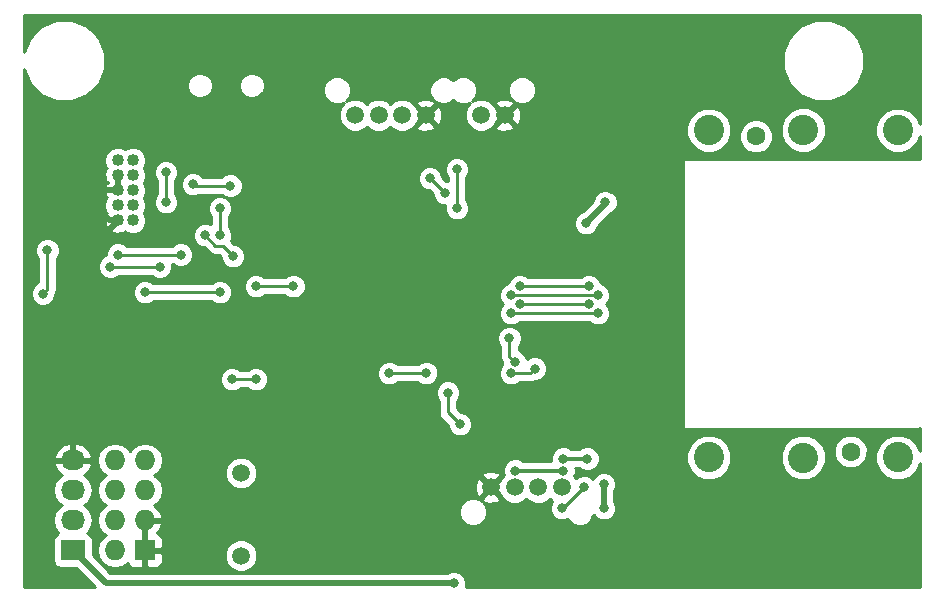
<source format=gbl>
G04 #@! TF.FileFunction,Copper,L2,Bot,Signal*
%FSLAX46Y46*%
G04 Gerber Fmt 4.6, Leading zero omitted, Abs format (unit mm)*
G04 Created by KiCad (PCBNEW 4.0.0-rc1-stable) date 20/01/2016 16:24:11*
%MOMM*%
G01*
G04 APERTURE LIST*
%ADD10C,0.100000*%
%ADD11C,1.600200*%
%ADD12C,2.565400*%
%ADD13C,1.500000*%
%ADD14C,1.016000*%
%ADD15R,2.032000X1.727200*%
%ADD16O,2.032000X1.727200*%
%ADD17R,1.727200X1.727200*%
%ADD18O,1.727200X1.727200*%
%ADD19C,0.800000*%
%ADD20C,0.500000*%
%ADD21C,0.280000*%
%ADD22C,0.300000*%
%ADD23C,0.254000*%
G04 APERTURE END LIST*
D10*
D11*
X222559891Y-115849998D03*
X222559891Y-115849998D03*
X214559907Y-89150024D03*
X214559907Y-89150024D03*
D12*
X226559883Y-116350124D03*
X226559883Y-116350124D03*
X210559915Y-116350124D03*
X210559915Y-116350124D03*
X226560899Y-88649898D03*
X226560899Y-88649898D03*
X210558899Y-88649898D03*
X210558899Y-88649898D03*
X218559899Y-88637198D03*
X218559899Y-88637198D03*
X218559899Y-116362824D03*
X218559899Y-116362824D03*
D13*
X180594000Y-87376000D03*
X182594000Y-87376000D03*
X184594000Y-87376000D03*
X186594000Y-87376000D03*
D14*
X160528000Y-91186000D03*
X161798000Y-91186000D03*
X160528000Y-92456000D03*
X161798000Y-92456000D03*
X160528000Y-93726000D03*
X161798000Y-93726000D03*
X160528000Y-94996000D03*
X161798000Y-94996000D03*
X160528000Y-96266000D03*
X161798000Y-96266000D03*
D13*
X198120000Y-118872000D03*
X196120000Y-118872000D03*
X194120000Y-118872000D03*
X192120000Y-118872000D03*
X170942000Y-117658000D03*
X170942000Y-124658000D03*
X191262000Y-87376000D03*
X193262000Y-87376000D03*
D15*
X156718000Y-124206000D03*
D16*
X156718000Y-121666000D03*
X156718000Y-119126000D03*
X156718000Y-116586000D03*
D17*
X162814000Y-124206000D03*
D18*
X160274000Y-124206000D03*
X162814000Y-121666000D03*
X160274000Y-121666000D03*
X162814000Y-119126000D03*
X160274000Y-119126000D03*
X162814000Y-116586000D03*
X160274000Y-116586000D03*
D19*
X159250000Y-79750000D03*
X198882000Y-113538000D03*
X192151000Y-110109000D03*
X197358000Y-109474000D03*
X196532500Y-114363500D03*
X188023500Y-108775500D03*
X181991000Y-120396000D03*
X199136000Y-82804000D03*
X182880000Y-122682000D03*
X159766000Y-89281000D03*
X168910000Y-89408000D03*
X175260000Y-107950000D03*
X194564000Y-99822000D03*
X158496000Y-103378000D03*
X205486000Y-125730000D03*
X195072000Y-93726000D03*
X171958000Y-115570000D03*
X176784000Y-96647000D03*
X198247000Y-93345000D03*
X203962000Y-83439000D03*
X202311000Y-93599000D03*
X183500000Y-114000000D03*
X179500000Y-114000000D03*
X179500000Y-112500000D03*
X198120000Y-120650000D03*
X200025000Y-118872000D03*
X154178000Y-102489000D03*
X154559000Y-98806000D03*
X188468000Y-110871000D03*
X183515000Y-109220000D03*
X186626500Y-109220000D03*
X189484000Y-113538000D03*
X164592000Y-92202000D03*
X164592000Y-94742000D03*
X201676000Y-118618000D03*
X201676000Y-120650000D03*
X201803000Y-94742000D03*
X200152000Y-96520000D03*
X188976000Y-127000000D03*
X194564000Y-101854000D03*
X200406000Y-101854000D03*
X201168000Y-104140000D03*
X193802000Y-104140000D03*
X200406000Y-103378000D03*
X194564000Y-103378000D03*
X200279000Y-116459000D03*
X198247000Y-116459000D03*
X193675000Y-106235500D03*
X194119500Y-108267500D03*
X172212000Y-109728000D03*
X170180000Y-109728000D03*
X189230000Y-95250000D03*
X189230000Y-91948000D03*
X186944000Y-92710000D03*
X188214000Y-93980000D03*
X166878000Y-93218000D03*
X170053000Y-93345000D03*
X169164000Y-95250000D03*
X169164000Y-97536000D03*
X172212000Y-101854000D03*
X175387000Y-101854000D03*
X159893000Y-100203000D03*
X164084000Y-100203000D03*
X160528000Y-99187000D03*
X165862000Y-99187000D03*
X170281600Y-99314000D03*
X167894000Y-97536000D03*
X162814000Y-102362000D03*
X169164000Y-102362000D03*
X201168000Y-102616000D03*
X193802000Y-102616000D03*
X194183000Y-117475000D03*
X198247000Y-117475000D03*
X195834000Y-108839000D03*
X193802000Y-109220000D03*
D20*
X159766000Y-89281000D02*
X159639000Y-89281000D01*
X160528000Y-93726000D02*
X159512000Y-93726000D01*
X159258000Y-94488000D02*
X159258000Y-93980000D01*
X159258000Y-93980000D02*
X159512000Y-93726000D01*
X159258000Y-95758000D02*
X159766000Y-96266000D01*
X159766000Y-96266000D02*
X160528000Y-96266000D01*
X159258000Y-95758000D02*
X159258000Y-94488000D01*
X160528000Y-92456000D02*
X160528000Y-93726000D01*
X171958000Y-115570000D02*
X171958000Y-115316000D01*
D21*
X198120000Y-120650000D02*
X198247000Y-120650000D01*
X198247000Y-120650000D02*
X200025000Y-118872000D01*
X154559000Y-102108000D02*
X154178000Y-102489000D01*
X154559000Y-98806000D02*
X154559000Y-102108000D01*
X183515000Y-109220000D02*
X186626500Y-109220000D01*
X188468000Y-112522000D02*
X188468000Y-110871000D01*
X189484000Y-113538000D02*
X188468000Y-112522000D01*
X164592000Y-94742000D02*
X164592000Y-92202000D01*
D20*
X201676000Y-118618000D02*
X201676000Y-120650000D01*
X200152000Y-96520000D02*
X201803000Y-94869000D01*
X201803000Y-94869000D02*
X201803000Y-94742000D01*
X159512000Y-127000000D02*
X156718000Y-124206000D01*
X166370000Y-127000000D02*
X188976000Y-127000000D01*
X166370000Y-127000000D02*
X159512000Y-127000000D01*
D21*
X200406000Y-101854000D02*
X194564000Y-101854000D01*
X193802000Y-104140000D02*
X201168000Y-104140000D01*
X200406000Y-103378000D02*
X194564000Y-103378000D01*
D22*
X200279000Y-116459000D02*
X198247000Y-116459000D01*
D21*
X193675000Y-106235500D02*
X193675000Y-107823000D01*
X193675000Y-107823000D02*
X194119500Y-108267500D01*
X170180000Y-109728000D02*
X172212000Y-109728000D01*
X189230000Y-91948000D02*
X189230000Y-95250000D01*
X188214000Y-93980000D02*
X186944000Y-92710000D01*
X167005000Y-93345000D02*
X170053000Y-93345000D01*
X166878000Y-93218000D02*
X167005000Y-93345000D01*
X169164000Y-97536000D02*
X169164000Y-95250000D01*
X172212000Y-101854000D02*
X175387000Y-101854000D01*
X163449000Y-100203000D02*
X159893000Y-100203000D01*
X164084000Y-100203000D02*
X163449000Y-100203000D01*
X164084000Y-99187000D02*
X160528000Y-99187000D01*
X165862000Y-99187000D02*
X164084000Y-99187000D01*
X170281600Y-99314000D02*
X169392600Y-98425000D01*
X168783000Y-98425000D02*
X167894000Y-97536000D01*
X169392600Y-98425000D02*
X168783000Y-98425000D01*
X169164000Y-102362000D02*
X162814000Y-102362000D01*
X169113200Y-102311200D02*
X169164000Y-102362000D01*
X201168000Y-102616000D02*
X193802000Y-102616000D01*
D22*
X194183000Y-117475000D02*
X198247000Y-117475000D01*
D21*
X195453000Y-109220000D02*
X193802000Y-109220000D01*
X195453000Y-109220000D02*
X195834000Y-108839000D01*
X193802000Y-109220000D02*
X193865500Y-109156500D01*
D23*
G36*
X228423000Y-88134754D02*
X228187594Y-87565027D01*
X227648607Y-87025099D01*
X226944027Y-86732532D01*
X226181118Y-86731866D01*
X225476028Y-87023203D01*
X224936100Y-87562190D01*
X224643533Y-88266770D01*
X224642867Y-89029679D01*
X224934204Y-89734769D01*
X225473191Y-90274697D01*
X226177771Y-90567264D01*
X226940680Y-90567930D01*
X227645770Y-90276593D01*
X228185698Y-89737606D01*
X228423000Y-89166119D01*
X228423000Y-91087857D01*
X228395410Y-91069006D01*
X228346000Y-91059000D01*
X208534000Y-91059000D01*
X208487841Y-91067685D01*
X208445447Y-91094965D01*
X208417006Y-91136590D01*
X208407000Y-91186000D01*
X208407000Y-113792000D01*
X208415685Y-113838159D01*
X208442965Y-113880553D01*
X208484590Y-113908994D01*
X208534000Y-113919000D01*
X228346000Y-113919000D01*
X228392159Y-113910315D01*
X228423000Y-113890469D01*
X228423000Y-115837438D01*
X228186578Y-115265253D01*
X227647591Y-114725325D01*
X226943011Y-114432758D01*
X226180102Y-114432092D01*
X225475012Y-114723429D01*
X224935084Y-115262416D01*
X224642517Y-115966996D01*
X224641851Y-116729905D01*
X224933188Y-117434995D01*
X225472175Y-117974923D01*
X226176755Y-118267490D01*
X226939664Y-118268156D01*
X227644754Y-117976819D01*
X228184682Y-117437832D01*
X228423000Y-116863898D01*
X228423000Y-127331000D01*
X189959238Y-127331000D01*
X190010820Y-127206777D01*
X190011179Y-126795029D01*
X189853942Y-126414485D01*
X189563046Y-126123081D01*
X189182777Y-125965180D01*
X188771029Y-125964821D01*
X188407567Y-126115000D01*
X159878579Y-126115000D01*
X158381440Y-124617860D01*
X158381440Y-123342400D01*
X158337162Y-123107083D01*
X158198090Y-122890959D01*
X157985890Y-122745969D01*
X157944561Y-122737600D01*
X157962415Y-122725670D01*
X158287271Y-122239489D01*
X158401345Y-121666000D01*
X158287271Y-121092511D01*
X157962415Y-120606330D01*
X157647634Y-120396000D01*
X157962415Y-120185670D01*
X158287271Y-119699489D01*
X158401345Y-119126000D01*
X158287271Y-118552511D01*
X157962415Y-118066330D01*
X157652931Y-117859539D01*
X158068732Y-117488036D01*
X158322709Y-116960791D01*
X158325358Y-116945026D01*
X158204217Y-116713000D01*
X156845000Y-116713000D01*
X156845000Y-116733000D01*
X156591000Y-116733000D01*
X156591000Y-116713000D01*
X155231783Y-116713000D01*
X155110642Y-116945026D01*
X155113291Y-116960791D01*
X155367268Y-117488036D01*
X155783069Y-117859539D01*
X155473585Y-118066330D01*
X155148729Y-118552511D01*
X155034655Y-119126000D01*
X155148729Y-119699489D01*
X155473585Y-120185670D01*
X155788366Y-120396000D01*
X155473585Y-120606330D01*
X155148729Y-121092511D01*
X155034655Y-121666000D01*
X155148729Y-122239489D01*
X155473585Y-122725670D01*
X155487913Y-122735243D01*
X155466683Y-122739238D01*
X155250559Y-122878310D01*
X155105569Y-123090510D01*
X155054560Y-123342400D01*
X155054560Y-125069600D01*
X155098838Y-125304917D01*
X155237910Y-125521041D01*
X155450110Y-125666031D01*
X155702000Y-125717040D01*
X156977460Y-125717040D01*
X158591421Y-127331000D01*
X152577000Y-127331000D01*
X152577000Y-116586000D01*
X158746041Y-116586000D01*
X158860115Y-117159489D01*
X159184971Y-117645670D01*
X159499752Y-117856000D01*
X159184971Y-118066330D01*
X158860115Y-118552511D01*
X158746041Y-119126000D01*
X158860115Y-119699489D01*
X159184971Y-120185670D01*
X159499752Y-120396000D01*
X159184971Y-120606330D01*
X158860115Y-121092511D01*
X158746041Y-121666000D01*
X158860115Y-122239489D01*
X159184971Y-122725670D01*
X159499752Y-122936000D01*
X159184971Y-123146330D01*
X158860115Y-123632511D01*
X158746041Y-124206000D01*
X158860115Y-124779489D01*
X159184971Y-125265670D01*
X159671152Y-125590526D01*
X160244641Y-125704600D01*
X160303359Y-125704600D01*
X160876848Y-125590526D01*
X161348356Y-125275474D01*
X161412073Y-125429299D01*
X161590702Y-125607927D01*
X161824091Y-125704600D01*
X162528250Y-125704600D01*
X162687000Y-125545850D01*
X162687000Y-124333000D01*
X162941000Y-124333000D01*
X162941000Y-125545850D01*
X163099750Y-125704600D01*
X163803909Y-125704600D01*
X164037298Y-125607927D01*
X164215927Y-125429299D01*
X164312600Y-125195910D01*
X164312600Y-124932285D01*
X169556760Y-124932285D01*
X169767169Y-125441515D01*
X170156436Y-125831461D01*
X170665298Y-126042759D01*
X171216285Y-126043240D01*
X171725515Y-125832831D01*
X172115461Y-125443564D01*
X172326759Y-124934702D01*
X172327240Y-124383715D01*
X172116831Y-123874485D01*
X171727564Y-123484539D01*
X171218702Y-123273241D01*
X170667715Y-123272760D01*
X170158485Y-123483169D01*
X169768539Y-123872436D01*
X169557241Y-124381298D01*
X169556760Y-124932285D01*
X164312600Y-124932285D01*
X164312600Y-124491750D01*
X164153850Y-124333000D01*
X162941000Y-124333000D01*
X162687000Y-124333000D01*
X162667000Y-124333000D01*
X162667000Y-124079000D01*
X162687000Y-124079000D01*
X162687000Y-121793000D01*
X162941000Y-121793000D01*
X162941000Y-124079000D01*
X164153850Y-124079000D01*
X164312600Y-123920250D01*
X164312600Y-123216090D01*
X164215927Y-122982701D01*
X164037298Y-122804073D01*
X163839880Y-122722300D01*
X164096688Y-122440947D01*
X164268958Y-122025026D01*
X164147817Y-121793000D01*
X162941000Y-121793000D01*
X162687000Y-121793000D01*
X162667000Y-121793000D01*
X162667000Y-121539000D01*
X162687000Y-121539000D01*
X162687000Y-121519000D01*
X162941000Y-121519000D01*
X162941000Y-121539000D01*
X164147817Y-121539000D01*
X164268958Y-121306974D01*
X164227417Y-121206677D01*
X189434794Y-121206677D01*
X189614820Y-121642372D01*
X189947875Y-121976009D01*
X190383255Y-122156794D01*
X190854677Y-122157206D01*
X191290372Y-121977180D01*
X191624009Y-121644125D01*
X191804794Y-121208745D01*
X191805206Y-120737323D01*
X191625180Y-120301628D01*
X191415176Y-120091257D01*
X191915171Y-120269201D01*
X192465448Y-120241230D01*
X192843923Y-120084460D01*
X192911912Y-119843517D01*
X192120000Y-119051605D01*
X191328088Y-119843517D01*
X191391225Y-120067264D01*
X191292125Y-119967991D01*
X190856745Y-119787206D01*
X190385323Y-119786794D01*
X189949628Y-119966820D01*
X189615991Y-120299875D01*
X189435206Y-120735255D01*
X189434794Y-121206677D01*
X164227417Y-121206677D01*
X164096688Y-120891053D01*
X163702490Y-120459179D01*
X163579772Y-120401664D01*
X163903029Y-120185670D01*
X164227885Y-119699489D01*
X164341959Y-119126000D01*
X164227885Y-118552511D01*
X163903029Y-118066330D01*
X163702417Y-117932285D01*
X169556760Y-117932285D01*
X169767169Y-118441515D01*
X170156436Y-118831461D01*
X170665298Y-119042759D01*
X171216285Y-119043240D01*
X171725515Y-118832831D01*
X171891463Y-118667171D01*
X190722799Y-118667171D01*
X190750770Y-119217448D01*
X190907540Y-119595923D01*
X191148483Y-119663912D01*
X191940395Y-118872000D01*
X192299605Y-118872000D01*
X192848033Y-119420428D01*
X192945169Y-119655515D01*
X193334436Y-120045461D01*
X193843298Y-120256759D01*
X194394285Y-120257240D01*
X194903515Y-120046831D01*
X195120036Y-119830687D01*
X195334436Y-120045461D01*
X195843298Y-120256759D01*
X196394285Y-120257240D01*
X196903515Y-120046831D01*
X197120036Y-119830687D01*
X197297585Y-120008545D01*
X197243081Y-120062954D01*
X197085180Y-120443223D01*
X197084821Y-120854971D01*
X197242058Y-121235515D01*
X197532954Y-121526919D01*
X197913223Y-121684820D01*
X198324971Y-121685179D01*
X198587659Y-121576639D01*
X198614820Y-121642372D01*
X198947875Y-121976009D01*
X199383255Y-122156794D01*
X199854677Y-122157206D01*
X200290372Y-121977180D01*
X200624009Y-121644125D01*
X200795873Y-121230228D01*
X200798058Y-121235515D01*
X201088954Y-121526919D01*
X201469223Y-121684820D01*
X201880971Y-121685179D01*
X202261515Y-121527942D01*
X202552919Y-121237046D01*
X202710820Y-120856777D01*
X202711179Y-120445029D01*
X202561000Y-120081567D01*
X202561000Y-119185585D01*
X202710820Y-118824777D01*
X202711179Y-118413029D01*
X202553942Y-118032485D01*
X202263046Y-117741081D01*
X201882777Y-117583180D01*
X201471029Y-117582821D01*
X201090485Y-117740058D01*
X200799081Y-118030954D01*
X200754656Y-118137941D01*
X200612046Y-117995081D01*
X200231777Y-117837180D01*
X199820029Y-117836821D01*
X199439485Y-117994058D01*
X199309450Y-118123866D01*
X199294831Y-118088485D01*
X199166374Y-117959804D01*
X199281820Y-117681777D01*
X199282179Y-117270029D01*
X199271424Y-117244000D01*
X199600195Y-117244000D01*
X199691954Y-117335919D01*
X200072223Y-117493820D01*
X200483971Y-117494179D01*
X200864515Y-117336942D01*
X201155919Y-117046046D01*
X201287191Y-116729905D01*
X208641883Y-116729905D01*
X208933220Y-117434995D01*
X209472207Y-117974923D01*
X210176787Y-118267490D01*
X210939696Y-118268156D01*
X211644786Y-117976819D01*
X212184714Y-117437832D01*
X212473397Y-116742605D01*
X216641867Y-116742605D01*
X216933204Y-117447695D01*
X217472191Y-117987623D01*
X218176771Y-118280190D01*
X218939680Y-118280856D01*
X219644770Y-117989519D01*
X220184698Y-117450532D01*
X220477265Y-116745952D01*
X220477799Y-116134205D01*
X221124543Y-116134205D01*
X221342563Y-116661855D01*
X221745911Y-117065907D01*
X222273180Y-117284848D01*
X222844098Y-117285346D01*
X223371748Y-117067326D01*
X223775800Y-116663978D01*
X223994741Y-116136709D01*
X223995239Y-115565791D01*
X223777219Y-115038141D01*
X223373871Y-114634089D01*
X222846602Y-114415148D01*
X222275684Y-114414650D01*
X221748034Y-114632670D01*
X221343982Y-115036018D01*
X221125041Y-115563287D01*
X221124543Y-116134205D01*
X220477799Y-116134205D01*
X220477931Y-115983043D01*
X220186594Y-115277953D01*
X219647607Y-114738025D01*
X218943027Y-114445458D01*
X218180118Y-114444792D01*
X217475028Y-114736129D01*
X216935100Y-115275116D01*
X216642533Y-115979696D01*
X216641867Y-116742605D01*
X212473397Y-116742605D01*
X212477281Y-116733252D01*
X212477947Y-115970343D01*
X212186610Y-115265253D01*
X211647623Y-114725325D01*
X210943043Y-114432758D01*
X210180134Y-114432092D01*
X209475044Y-114723429D01*
X208935116Y-115262416D01*
X208642549Y-115966996D01*
X208641883Y-116729905D01*
X201287191Y-116729905D01*
X201313820Y-116665777D01*
X201314179Y-116254029D01*
X201156942Y-115873485D01*
X200866046Y-115582081D01*
X200485777Y-115424180D01*
X200074029Y-115423821D01*
X199693485Y-115581058D01*
X199600381Y-115674000D01*
X198925805Y-115674000D01*
X198834046Y-115582081D01*
X198453777Y-115424180D01*
X198042029Y-115423821D01*
X197661485Y-115581058D01*
X197370081Y-115871954D01*
X197212180Y-116252223D01*
X197211821Y-116663971D01*
X197222576Y-116690000D01*
X194861805Y-116690000D01*
X194770046Y-116598081D01*
X194389777Y-116440180D01*
X193978029Y-116439821D01*
X193597485Y-116597058D01*
X193306081Y-116887954D01*
X193148180Y-117268223D01*
X193147821Y-117679971D01*
X193207946Y-117825484D01*
X192946539Y-118086436D01*
X192848099Y-118323506D01*
X192299605Y-118872000D01*
X191940395Y-118872000D01*
X191148483Y-118080088D01*
X190907540Y-118148077D01*
X190722799Y-118667171D01*
X171891463Y-118667171D01*
X172115461Y-118443564D01*
X172326759Y-117934702D01*
X172326788Y-117900483D01*
X191328088Y-117900483D01*
X192120000Y-118692395D01*
X192911912Y-117900483D01*
X192843923Y-117659540D01*
X192324829Y-117474799D01*
X191774552Y-117502770D01*
X191396077Y-117659540D01*
X191328088Y-117900483D01*
X172326788Y-117900483D01*
X172327240Y-117383715D01*
X172116831Y-116874485D01*
X171727564Y-116484539D01*
X171218702Y-116273241D01*
X170667715Y-116272760D01*
X170158485Y-116483169D01*
X169768539Y-116872436D01*
X169557241Y-117381298D01*
X169556760Y-117932285D01*
X163702417Y-117932285D01*
X163588248Y-117856000D01*
X163903029Y-117645670D01*
X164227885Y-117159489D01*
X164341959Y-116586000D01*
X164227885Y-116012511D01*
X163903029Y-115526330D01*
X163416848Y-115201474D01*
X162843359Y-115087400D01*
X162784641Y-115087400D01*
X162211152Y-115201474D01*
X161724971Y-115526330D01*
X161544000Y-115797172D01*
X161363029Y-115526330D01*
X160876848Y-115201474D01*
X160303359Y-115087400D01*
X160244641Y-115087400D01*
X159671152Y-115201474D01*
X159184971Y-115526330D01*
X158860115Y-116012511D01*
X158746041Y-116586000D01*
X152577000Y-116586000D01*
X152577000Y-116226974D01*
X155110642Y-116226974D01*
X155231783Y-116459000D01*
X156591000Y-116459000D01*
X156591000Y-115245076D01*
X156845000Y-115245076D01*
X156845000Y-116459000D01*
X158204217Y-116459000D01*
X158325358Y-116226974D01*
X158322709Y-116211209D01*
X158068732Y-115683964D01*
X157632320Y-115294046D01*
X157079913Y-115100816D01*
X156845000Y-115245076D01*
X156591000Y-115245076D01*
X156356087Y-115100816D01*
X155803680Y-115294046D01*
X155367268Y-115683964D01*
X155113291Y-116211209D01*
X155110642Y-116226974D01*
X152577000Y-116226974D01*
X152577000Y-111075971D01*
X187432821Y-111075971D01*
X187590058Y-111456515D01*
X187693000Y-111559637D01*
X187693000Y-112522000D01*
X187751993Y-112818580D01*
X187919992Y-113070008D01*
X188448947Y-113598963D01*
X188448821Y-113742971D01*
X188606058Y-114123515D01*
X188896954Y-114414919D01*
X189277223Y-114572820D01*
X189688971Y-114573179D01*
X190069515Y-114415942D01*
X190360919Y-114125046D01*
X190518820Y-113744777D01*
X190519179Y-113333029D01*
X190361942Y-112952485D01*
X190071046Y-112661081D01*
X189690777Y-112503180D01*
X189545069Y-112503053D01*
X189243000Y-112200984D01*
X189243000Y-111559787D01*
X189344919Y-111458046D01*
X189502820Y-111077777D01*
X189503179Y-110666029D01*
X189345942Y-110285485D01*
X189055046Y-109994081D01*
X188674777Y-109836180D01*
X188263029Y-109835821D01*
X187882485Y-109993058D01*
X187591081Y-110283954D01*
X187433180Y-110664223D01*
X187432821Y-111075971D01*
X152577000Y-111075971D01*
X152577000Y-109932971D01*
X169144821Y-109932971D01*
X169302058Y-110313515D01*
X169592954Y-110604919D01*
X169973223Y-110762820D01*
X170384971Y-110763179D01*
X170765515Y-110605942D01*
X170868637Y-110503000D01*
X171523213Y-110503000D01*
X171624954Y-110604919D01*
X172005223Y-110762820D01*
X172416971Y-110763179D01*
X172797515Y-110605942D01*
X173088919Y-110315046D01*
X173246820Y-109934777D01*
X173247179Y-109523029D01*
X173206663Y-109424971D01*
X182479821Y-109424971D01*
X182637058Y-109805515D01*
X182927954Y-110096919D01*
X183308223Y-110254820D01*
X183719971Y-110255179D01*
X184100515Y-110097942D01*
X184203637Y-109995000D01*
X185937713Y-109995000D01*
X186039454Y-110096919D01*
X186419723Y-110254820D01*
X186831471Y-110255179D01*
X187212015Y-110097942D01*
X187503419Y-109807046D01*
X187661320Y-109426777D01*
X187661679Y-109015029D01*
X187504442Y-108634485D01*
X187213546Y-108343081D01*
X186833277Y-108185180D01*
X186421529Y-108184821D01*
X186040985Y-108342058D01*
X185937863Y-108445000D01*
X184203787Y-108445000D01*
X184102046Y-108343081D01*
X183721777Y-108185180D01*
X183310029Y-108184821D01*
X182929485Y-108342058D01*
X182638081Y-108632954D01*
X182480180Y-109013223D01*
X182479821Y-109424971D01*
X173206663Y-109424971D01*
X173089942Y-109142485D01*
X172799046Y-108851081D01*
X172418777Y-108693180D01*
X172007029Y-108692821D01*
X171626485Y-108850058D01*
X171523363Y-108953000D01*
X170868787Y-108953000D01*
X170767046Y-108851081D01*
X170386777Y-108693180D01*
X169975029Y-108692821D01*
X169594485Y-108850058D01*
X169303081Y-109140954D01*
X169145180Y-109521223D01*
X169144821Y-109932971D01*
X152577000Y-109932971D01*
X152577000Y-106440471D01*
X192639821Y-106440471D01*
X192797058Y-106821015D01*
X192900000Y-106924137D01*
X192900000Y-107823000D01*
X192958993Y-108119580D01*
X193084465Y-108307362D01*
X193084321Y-108472471D01*
X193084766Y-108473548D01*
X192925081Y-108632954D01*
X192767180Y-109013223D01*
X192766821Y-109424971D01*
X192924058Y-109805515D01*
X193214954Y-110096919D01*
X193595223Y-110254820D01*
X194006971Y-110255179D01*
X194387515Y-110097942D01*
X194490637Y-109995000D01*
X195453000Y-109995000D01*
X195749580Y-109936007D01*
X195842369Y-109874008D01*
X196038971Y-109874179D01*
X196419515Y-109716942D01*
X196710919Y-109426046D01*
X196868820Y-109045777D01*
X196869179Y-108634029D01*
X196711942Y-108253485D01*
X196421046Y-107962081D01*
X196040777Y-107804180D01*
X195629029Y-107803821D01*
X195248485Y-107961058D01*
X195152389Y-108056987D01*
X194997442Y-107681985D01*
X194706546Y-107390581D01*
X194450000Y-107284054D01*
X194450000Y-106924287D01*
X194551919Y-106822546D01*
X194709820Y-106442277D01*
X194710179Y-106030529D01*
X194552942Y-105649985D01*
X194262046Y-105358581D01*
X193881777Y-105200680D01*
X193470029Y-105200321D01*
X193089485Y-105357558D01*
X192798081Y-105648454D01*
X192640180Y-106028723D01*
X192639821Y-106440471D01*
X152577000Y-106440471D01*
X152577000Y-102693971D01*
X153142821Y-102693971D01*
X153300058Y-103074515D01*
X153590954Y-103365919D01*
X153971223Y-103523820D01*
X154382971Y-103524179D01*
X154763515Y-103366942D01*
X155054919Y-103076046D01*
X155212820Y-102695777D01*
X155212932Y-102566971D01*
X161778821Y-102566971D01*
X161936058Y-102947515D01*
X162226954Y-103238919D01*
X162607223Y-103396820D01*
X163018971Y-103397179D01*
X163399515Y-103239942D01*
X163502637Y-103137000D01*
X168475213Y-103137000D01*
X168576954Y-103238919D01*
X168957223Y-103396820D01*
X169368971Y-103397179D01*
X169749515Y-103239942D01*
X170040919Y-102949046D01*
X170198820Y-102568777D01*
X170199179Y-102157029D01*
X170158663Y-102058971D01*
X171176821Y-102058971D01*
X171334058Y-102439515D01*
X171624954Y-102730919D01*
X172005223Y-102888820D01*
X172416971Y-102889179D01*
X172797515Y-102731942D01*
X172900637Y-102629000D01*
X174698213Y-102629000D01*
X174799954Y-102730919D01*
X175180223Y-102888820D01*
X175591971Y-102889179D01*
X175757047Y-102820971D01*
X192766821Y-102820971D01*
X192924058Y-103201515D01*
X193100288Y-103378053D01*
X192925081Y-103552954D01*
X192767180Y-103933223D01*
X192766821Y-104344971D01*
X192924058Y-104725515D01*
X193214954Y-105016919D01*
X193595223Y-105174820D01*
X194006971Y-105175179D01*
X194387515Y-105017942D01*
X194490637Y-104915000D01*
X200479213Y-104915000D01*
X200580954Y-105016919D01*
X200961223Y-105174820D01*
X201372971Y-105175179D01*
X201753515Y-105017942D01*
X202044919Y-104727046D01*
X202202820Y-104346777D01*
X202203179Y-103935029D01*
X202045942Y-103554485D01*
X201869712Y-103377947D01*
X202044919Y-103203046D01*
X202202820Y-102822777D01*
X202203179Y-102411029D01*
X202045942Y-102030485D01*
X201755046Y-101739081D01*
X201421091Y-101600411D01*
X201283942Y-101268485D01*
X200993046Y-100977081D01*
X200612777Y-100819180D01*
X200201029Y-100818821D01*
X199820485Y-100976058D01*
X199717363Y-101079000D01*
X195252787Y-101079000D01*
X195151046Y-100977081D01*
X194770777Y-100819180D01*
X194359029Y-100818821D01*
X193978485Y-100976058D01*
X193687081Y-101266954D01*
X193548411Y-101600909D01*
X193216485Y-101738058D01*
X192925081Y-102028954D01*
X192767180Y-102409223D01*
X192766821Y-102820971D01*
X175757047Y-102820971D01*
X175972515Y-102731942D01*
X176263919Y-102441046D01*
X176421820Y-102060777D01*
X176422179Y-101649029D01*
X176264942Y-101268485D01*
X175974046Y-100977081D01*
X175593777Y-100819180D01*
X175182029Y-100818821D01*
X174801485Y-100976058D01*
X174698363Y-101079000D01*
X172900787Y-101079000D01*
X172799046Y-100977081D01*
X172418777Y-100819180D01*
X172007029Y-100818821D01*
X171626485Y-100976058D01*
X171335081Y-101266954D01*
X171177180Y-101647223D01*
X171176821Y-102058971D01*
X170158663Y-102058971D01*
X170041942Y-101776485D01*
X169751046Y-101485081D01*
X169370777Y-101327180D01*
X168959029Y-101326821D01*
X168578485Y-101484058D01*
X168475363Y-101587000D01*
X163502787Y-101587000D01*
X163401046Y-101485081D01*
X163020777Y-101327180D01*
X162609029Y-101326821D01*
X162228485Y-101484058D01*
X161937081Y-101774954D01*
X161779180Y-102155223D01*
X161778821Y-102566971D01*
X155212932Y-102566971D01*
X155212993Y-102497390D01*
X155275007Y-102404580D01*
X155334000Y-102108000D01*
X155334000Y-100407971D01*
X158857821Y-100407971D01*
X159015058Y-100788515D01*
X159305954Y-101079919D01*
X159686223Y-101237820D01*
X160097971Y-101238179D01*
X160478515Y-101080942D01*
X160581637Y-100978000D01*
X163395213Y-100978000D01*
X163496954Y-101079919D01*
X163877223Y-101237820D01*
X164288971Y-101238179D01*
X164669515Y-101080942D01*
X164960919Y-100790046D01*
X165118820Y-100409777D01*
X165119179Y-99998029D01*
X165104292Y-99962000D01*
X165173213Y-99962000D01*
X165274954Y-100063919D01*
X165655223Y-100221820D01*
X166066971Y-100222179D01*
X166447515Y-100064942D01*
X166738919Y-99774046D01*
X166896820Y-99393777D01*
X166897179Y-98982029D01*
X166739942Y-98601485D01*
X166449046Y-98310081D01*
X166068777Y-98152180D01*
X165657029Y-98151821D01*
X165276485Y-98309058D01*
X165173363Y-98412000D01*
X161216787Y-98412000D01*
X161115046Y-98310081D01*
X160734777Y-98152180D01*
X160323029Y-98151821D01*
X159942485Y-98309058D01*
X159651081Y-98599954D01*
X159493180Y-98980223D01*
X159492946Y-99248427D01*
X159307485Y-99325058D01*
X159016081Y-99615954D01*
X158858180Y-99996223D01*
X158857821Y-100407971D01*
X155334000Y-100407971D01*
X155334000Y-99494787D01*
X155435919Y-99393046D01*
X155593820Y-99012777D01*
X155594179Y-98601029D01*
X155436942Y-98220485D01*
X155146046Y-97929081D01*
X154765777Y-97771180D01*
X154354029Y-97770821D01*
X153973485Y-97928058D01*
X153682081Y-98218954D01*
X153524180Y-98599223D01*
X153523821Y-99010971D01*
X153681058Y-99391515D01*
X153784000Y-99494637D01*
X153784000Y-101531926D01*
X153592485Y-101611058D01*
X153301081Y-101901954D01*
X153143180Y-102282223D01*
X153142821Y-102693971D01*
X152577000Y-102693971D01*
X152577000Y-97740971D01*
X166858821Y-97740971D01*
X167016058Y-98121515D01*
X167306954Y-98412919D01*
X167687223Y-98570820D01*
X167832931Y-98570947D01*
X168234992Y-98973008D01*
X168486420Y-99141007D01*
X168783000Y-99200000D01*
X169071584Y-99200000D01*
X169246547Y-99374963D01*
X169246421Y-99518971D01*
X169403658Y-99899515D01*
X169694554Y-100190919D01*
X170074823Y-100348820D01*
X170486571Y-100349179D01*
X170867115Y-100191942D01*
X171158519Y-99901046D01*
X171316420Y-99520777D01*
X171316779Y-99109029D01*
X171159542Y-98728485D01*
X170868646Y-98437081D01*
X170488377Y-98279180D01*
X170342669Y-98279053D01*
X170083681Y-98020065D01*
X170198820Y-97742777D01*
X170199179Y-97331029D01*
X170041942Y-96950485D01*
X169939000Y-96847363D01*
X169939000Y-96724971D01*
X199116821Y-96724971D01*
X199274058Y-97105515D01*
X199564954Y-97396919D01*
X199945223Y-97554820D01*
X200356971Y-97555179D01*
X200737515Y-97397942D01*
X201028919Y-97107046D01*
X201179731Y-96743848D01*
X202243872Y-95679707D01*
X202388515Y-95619942D01*
X202679919Y-95329046D01*
X202837820Y-94948777D01*
X202838179Y-94537029D01*
X202680942Y-94156485D01*
X202390046Y-93865081D01*
X202009777Y-93707180D01*
X201598029Y-93706821D01*
X201217485Y-93864058D01*
X200926081Y-94154954D01*
X200768180Y-94535223D01*
X200768078Y-94652343D01*
X199927551Y-95492869D01*
X199566485Y-95642058D01*
X199275081Y-95932954D01*
X199117180Y-96313223D01*
X199116821Y-96724971D01*
X169939000Y-96724971D01*
X169939000Y-95938787D01*
X170040919Y-95837046D01*
X170198820Y-95456777D01*
X170199179Y-95045029D01*
X170041942Y-94664485D01*
X169751046Y-94373081D01*
X169370777Y-94215180D01*
X168959029Y-94214821D01*
X168578485Y-94372058D01*
X168287081Y-94662954D01*
X168129180Y-95043223D01*
X168128821Y-95454971D01*
X168286058Y-95835515D01*
X168389000Y-95938637D01*
X168389000Y-96620860D01*
X168100777Y-96501180D01*
X167689029Y-96500821D01*
X167308485Y-96658058D01*
X167017081Y-96948954D01*
X166859180Y-97329223D01*
X166858821Y-97740971D01*
X152577000Y-97740971D01*
X152577000Y-92309055D01*
X159371909Y-92309055D01*
X159403678Y-92762657D01*
X159516144Y-93034176D01*
X159686689Y-93064297D01*
X159713392Y-93091000D01*
X159686689Y-93117703D01*
X159516144Y-93147824D01*
X159371909Y-93579055D01*
X159403678Y-94032657D01*
X159516144Y-94304176D01*
X159590091Y-94317236D01*
X159559577Y-94347697D01*
X159385199Y-94767646D01*
X159384802Y-95222359D01*
X159558446Y-95642612D01*
X159590474Y-95674696D01*
X159516144Y-95687824D01*
X159371909Y-96119055D01*
X159403678Y-96572657D01*
X159516144Y-96844176D01*
X159732081Y-96882314D01*
X160348395Y-96266000D01*
X160334253Y-96251858D01*
X160447180Y-96138930D01*
X160608961Y-96139071D01*
X160655070Y-96185180D01*
X160654929Y-96346961D01*
X160542143Y-96459748D01*
X160528000Y-96445605D01*
X159911686Y-97061919D01*
X159949824Y-97277856D01*
X160381055Y-97422091D01*
X160834657Y-97390322D01*
X161106176Y-97277856D01*
X161119236Y-97203909D01*
X161149697Y-97234423D01*
X161569646Y-97408801D01*
X162024359Y-97409198D01*
X162444612Y-97235554D01*
X162766423Y-96914303D01*
X162940801Y-96494354D01*
X162941198Y-96039641D01*
X162772150Y-95630511D01*
X162940801Y-95224354D01*
X162941198Y-94769641D01*
X162772150Y-94360511D01*
X162940801Y-93954354D01*
X162941198Y-93499641D01*
X162772150Y-93090511D01*
X162940801Y-92684354D01*
X162941043Y-92406971D01*
X163556821Y-92406971D01*
X163714058Y-92787515D01*
X163817000Y-92890637D01*
X163817000Y-94053213D01*
X163715081Y-94154954D01*
X163557180Y-94535223D01*
X163556821Y-94946971D01*
X163714058Y-95327515D01*
X164004954Y-95618919D01*
X164385223Y-95776820D01*
X164796971Y-95777179D01*
X165177515Y-95619942D01*
X165468919Y-95329046D01*
X165626820Y-94948777D01*
X165627179Y-94537029D01*
X165469942Y-94156485D01*
X165367000Y-94053363D01*
X165367000Y-93422971D01*
X165842821Y-93422971D01*
X166000058Y-93803515D01*
X166290954Y-94094919D01*
X166671223Y-94252820D01*
X167082971Y-94253179D01*
X167405290Y-94120000D01*
X169364213Y-94120000D01*
X169465954Y-94221919D01*
X169846223Y-94379820D01*
X170257971Y-94380179D01*
X170638515Y-94222942D01*
X170929919Y-93932046D01*
X171087820Y-93551777D01*
X171088179Y-93140029D01*
X170995188Y-92914971D01*
X185908821Y-92914971D01*
X186066058Y-93295515D01*
X186356954Y-93586919D01*
X186737223Y-93744820D01*
X186882931Y-93744947D01*
X187178947Y-94040963D01*
X187178821Y-94184971D01*
X187336058Y-94565515D01*
X187626954Y-94856919D01*
X188007223Y-95014820D01*
X188206902Y-95014994D01*
X188195180Y-95043223D01*
X188194821Y-95454971D01*
X188352058Y-95835515D01*
X188642954Y-96126919D01*
X189023223Y-96284820D01*
X189434971Y-96285179D01*
X189815515Y-96127942D01*
X190106919Y-95837046D01*
X190264820Y-95456777D01*
X190265179Y-95045029D01*
X190107942Y-94664485D01*
X190005000Y-94561363D01*
X190005000Y-92636787D01*
X190106919Y-92535046D01*
X190264820Y-92154777D01*
X190265179Y-91743029D01*
X190107942Y-91362485D01*
X189817046Y-91071081D01*
X189436777Y-90913180D01*
X189025029Y-90912821D01*
X188644485Y-91070058D01*
X188353081Y-91360954D01*
X188195180Y-91741223D01*
X188194821Y-92152971D01*
X188352058Y-92533515D01*
X188455000Y-92636637D01*
X188455000Y-92959391D01*
X188420777Y-92945180D01*
X188275069Y-92945053D01*
X187979053Y-92649037D01*
X187979179Y-92505029D01*
X187821942Y-92124485D01*
X187531046Y-91833081D01*
X187150777Y-91675180D01*
X186739029Y-91674821D01*
X186358485Y-91832058D01*
X186067081Y-92122954D01*
X185909180Y-92503223D01*
X185908821Y-92914971D01*
X170995188Y-92914971D01*
X170930942Y-92759485D01*
X170640046Y-92468081D01*
X170259777Y-92310180D01*
X169848029Y-92309821D01*
X169467485Y-92467058D01*
X169364363Y-92570000D01*
X167693566Y-92570000D01*
X167465046Y-92341081D01*
X167084777Y-92183180D01*
X166673029Y-92182821D01*
X166292485Y-92340058D01*
X166001081Y-92630954D01*
X165843180Y-93011223D01*
X165842821Y-93422971D01*
X165367000Y-93422971D01*
X165367000Y-92890787D01*
X165468919Y-92789046D01*
X165626820Y-92408777D01*
X165627179Y-91997029D01*
X165469942Y-91616485D01*
X165179046Y-91325081D01*
X164798777Y-91167180D01*
X164387029Y-91166821D01*
X164006485Y-91324058D01*
X163715081Y-91614954D01*
X163557180Y-91995223D01*
X163556821Y-92406971D01*
X162941043Y-92406971D01*
X162941198Y-92229641D01*
X162772150Y-91820511D01*
X162940801Y-91414354D01*
X162941198Y-90959641D01*
X162767554Y-90539388D01*
X162446303Y-90217577D01*
X162026354Y-90043199D01*
X161571641Y-90042802D01*
X161162511Y-90211850D01*
X160756354Y-90043199D01*
X160301641Y-90042802D01*
X159881388Y-90216446D01*
X159559577Y-90537697D01*
X159385199Y-90957646D01*
X159384802Y-91412359D01*
X159558446Y-91832612D01*
X159590474Y-91864696D01*
X159516144Y-91877824D01*
X159371909Y-92309055D01*
X152577000Y-92309055D01*
X152577000Y-89029679D01*
X208640867Y-89029679D01*
X208932204Y-89734769D01*
X209471191Y-90274697D01*
X210175771Y-90567264D01*
X210938680Y-90567930D01*
X211643770Y-90276593D01*
X212183698Y-89737606D01*
X212309670Y-89434231D01*
X213124559Y-89434231D01*
X213342579Y-89961881D01*
X213745927Y-90365933D01*
X214273196Y-90584874D01*
X214844114Y-90585372D01*
X215371764Y-90367352D01*
X215775816Y-89964004D01*
X215994757Y-89436735D01*
X215995123Y-89016979D01*
X216641867Y-89016979D01*
X216933204Y-89722069D01*
X217472191Y-90261997D01*
X218176771Y-90554564D01*
X218939680Y-90555230D01*
X219644770Y-90263893D01*
X220184698Y-89724906D01*
X220477265Y-89020326D01*
X220477931Y-88257417D01*
X220186594Y-87552327D01*
X219647607Y-87012399D01*
X218943027Y-86719832D01*
X218180118Y-86719166D01*
X217475028Y-87010503D01*
X216935100Y-87549490D01*
X216642533Y-88254070D01*
X216641867Y-89016979D01*
X215995123Y-89016979D01*
X215995255Y-88865817D01*
X215777235Y-88338167D01*
X215373887Y-87934115D01*
X214846618Y-87715174D01*
X214275700Y-87714676D01*
X213748050Y-87932696D01*
X213343998Y-88336044D01*
X213125057Y-88863313D01*
X213124559Y-89434231D01*
X212309670Y-89434231D01*
X212476265Y-89033026D01*
X212476931Y-88270117D01*
X212185594Y-87565027D01*
X211646607Y-87025099D01*
X210942027Y-86732532D01*
X210179118Y-86731866D01*
X209474028Y-87023203D01*
X208934100Y-87562190D01*
X208641533Y-88266770D01*
X208640867Y-89029679D01*
X152577000Y-89029679D01*
X152577000Y-83439800D01*
X153093037Y-84688704D01*
X153353413Y-84949534D01*
X153406883Y-85078943D01*
X153669673Y-85342192D01*
X153798989Y-85395889D01*
X154056226Y-85653575D01*
X155315337Y-86176404D01*
X155793896Y-86176822D01*
X155813201Y-86184838D01*
X156185167Y-86185162D01*
X156204485Y-86177180D01*
X156678682Y-86177594D01*
X157938704Y-85656963D01*
X158199534Y-85396587D01*
X158328943Y-85343117D01*
X158592192Y-85080327D01*
X158598269Y-85065690D01*
X166377592Y-85065690D01*
X166542362Y-85464463D01*
X166847193Y-85769826D01*
X167245677Y-85935291D01*
X167677150Y-85935668D01*
X168075923Y-85770898D01*
X168381286Y-85466067D01*
X168546751Y-85067583D01*
X168546752Y-85065690D01*
X170776872Y-85065690D01*
X170941642Y-85464463D01*
X171246473Y-85769826D01*
X171644957Y-85935291D01*
X172076430Y-85935668D01*
X172475203Y-85770898D01*
X172735878Y-85510677D01*
X177908794Y-85510677D01*
X178088820Y-85946372D01*
X178421875Y-86280009D01*
X178857255Y-86460794D01*
X179328677Y-86461206D01*
X179706296Y-86305177D01*
X179420539Y-86590436D01*
X179209241Y-87099298D01*
X179208760Y-87650285D01*
X179419169Y-88159515D01*
X179808436Y-88549461D01*
X180317298Y-88760759D01*
X180868285Y-88761240D01*
X181377515Y-88550831D01*
X181594036Y-88334687D01*
X181808436Y-88549461D01*
X182317298Y-88760759D01*
X182868285Y-88761240D01*
X183377515Y-88550831D01*
X183594036Y-88334687D01*
X183808436Y-88549461D01*
X184317298Y-88760759D01*
X184868285Y-88761240D01*
X185377515Y-88550831D01*
X185581183Y-88347517D01*
X185802088Y-88347517D01*
X185870077Y-88588460D01*
X186389171Y-88773201D01*
X186939448Y-88745230D01*
X187317923Y-88588460D01*
X187385912Y-88347517D01*
X186594000Y-87555605D01*
X185802088Y-88347517D01*
X185581183Y-88347517D01*
X185767461Y-88161564D01*
X185865901Y-87924494D01*
X186414395Y-87376000D01*
X186773605Y-87376000D01*
X187565517Y-88167912D01*
X187806460Y-88099923D01*
X187991201Y-87580829D01*
X187963230Y-87030552D01*
X187806460Y-86652077D01*
X187565517Y-86584088D01*
X186773605Y-87376000D01*
X186414395Y-87376000D01*
X185865967Y-86827572D01*
X185768831Y-86592485D01*
X185581157Y-86404483D01*
X185802088Y-86404483D01*
X186594000Y-87196395D01*
X187385912Y-86404483D01*
X187322775Y-86180736D01*
X187421875Y-86280009D01*
X187857255Y-86460794D01*
X188328677Y-86461206D01*
X188764372Y-86281180D01*
X188927993Y-86117844D01*
X189089875Y-86280009D01*
X189525255Y-86460794D01*
X189996677Y-86461206D01*
X190374296Y-86305177D01*
X190088539Y-86590436D01*
X189877241Y-87099298D01*
X189876760Y-87650285D01*
X190087169Y-88159515D01*
X190476436Y-88549461D01*
X190985298Y-88760759D01*
X191536285Y-88761240D01*
X192045515Y-88550831D01*
X192249183Y-88347517D01*
X192470088Y-88347517D01*
X192538077Y-88588460D01*
X193057171Y-88773201D01*
X193607448Y-88745230D01*
X193985923Y-88588460D01*
X194053912Y-88347517D01*
X193262000Y-87555605D01*
X192470088Y-88347517D01*
X192249183Y-88347517D01*
X192435461Y-88161564D01*
X192533901Y-87924494D01*
X193082395Y-87376000D01*
X193441605Y-87376000D01*
X194233517Y-88167912D01*
X194474460Y-88099923D01*
X194659201Y-87580829D01*
X194631230Y-87030552D01*
X194474460Y-86652077D01*
X194233517Y-86584088D01*
X193441605Y-87376000D01*
X193082395Y-87376000D01*
X192533967Y-86827572D01*
X192436831Y-86592485D01*
X192249157Y-86404483D01*
X192470088Y-86404483D01*
X193262000Y-87196395D01*
X194053912Y-86404483D01*
X193990775Y-86180736D01*
X194089875Y-86280009D01*
X194525255Y-86460794D01*
X194996677Y-86461206D01*
X195432372Y-86281180D01*
X195766009Y-85948125D01*
X195946794Y-85512745D01*
X195947206Y-85041323D01*
X195767180Y-84605628D01*
X195434125Y-84271991D01*
X194998745Y-84091206D01*
X194527323Y-84090794D01*
X194091628Y-84270820D01*
X193757991Y-84603875D01*
X193577206Y-85039255D01*
X193576794Y-85510677D01*
X193756820Y-85946372D01*
X193966824Y-86156743D01*
X193466829Y-85978799D01*
X192916552Y-86006770D01*
X192538077Y-86163540D01*
X192470088Y-86404483D01*
X192249157Y-86404483D01*
X192047564Y-86202539D01*
X191538702Y-85991241D01*
X190987715Y-85990760D01*
X190536561Y-86177172D01*
X190766009Y-85948125D01*
X190946794Y-85512745D01*
X190947206Y-85041323D01*
X190767180Y-84605628D01*
X190434125Y-84271991D01*
X189998745Y-84091206D01*
X189527323Y-84090794D01*
X189091628Y-84270820D01*
X188928007Y-84434156D01*
X188766125Y-84271991D01*
X188330745Y-84091206D01*
X187859323Y-84090794D01*
X187423628Y-84270820D01*
X187089991Y-84603875D01*
X186909206Y-85039255D01*
X186908794Y-85510677D01*
X187088820Y-85946372D01*
X187298824Y-86156743D01*
X186798829Y-85978799D01*
X186248552Y-86006770D01*
X185870077Y-86163540D01*
X185802088Y-86404483D01*
X185581157Y-86404483D01*
X185379564Y-86202539D01*
X184870702Y-85991241D01*
X184319715Y-85990760D01*
X183810485Y-86201169D01*
X183593964Y-86417313D01*
X183379564Y-86202539D01*
X182870702Y-85991241D01*
X182319715Y-85990760D01*
X181810485Y-86201169D01*
X181593964Y-86417313D01*
X181379564Y-86202539D01*
X180870702Y-85991241D01*
X180319715Y-85990760D01*
X179868561Y-86177172D01*
X180098009Y-85948125D01*
X180278794Y-85512745D01*
X180279206Y-85041323D01*
X180099180Y-84605628D01*
X179766125Y-84271991D01*
X179330745Y-84091206D01*
X178859323Y-84090794D01*
X178423628Y-84270820D01*
X178089991Y-84603875D01*
X177909206Y-85039255D01*
X177908794Y-85510677D01*
X172735878Y-85510677D01*
X172780566Y-85466067D01*
X172946031Y-85067583D01*
X172946408Y-84636110D01*
X172781638Y-84237337D01*
X172476807Y-83931974D01*
X172078323Y-83766509D01*
X171646850Y-83766132D01*
X171248077Y-83930902D01*
X170942714Y-84235733D01*
X170777249Y-84634217D01*
X170776872Y-85065690D01*
X168546752Y-85065690D01*
X168547128Y-84636110D01*
X168382358Y-84237337D01*
X168077527Y-83931974D01*
X167679043Y-83766509D01*
X167247570Y-83766132D01*
X166848797Y-83930902D01*
X166543434Y-84235733D01*
X166377969Y-84634217D01*
X166377592Y-85065690D01*
X158598269Y-85065690D01*
X158645889Y-84951011D01*
X158903575Y-84693774D01*
X159426404Y-83434663D01*
X159426822Y-82956104D01*
X159434838Y-82936799D01*
X159434839Y-82935167D01*
X216814838Y-82935167D01*
X216822820Y-82954485D01*
X216822406Y-83428682D01*
X217343037Y-84688704D01*
X217603413Y-84949534D01*
X217656883Y-85078943D01*
X217919673Y-85342192D01*
X218048989Y-85395889D01*
X218306226Y-85653575D01*
X219565337Y-86176404D01*
X220043896Y-86176822D01*
X220063201Y-86184838D01*
X220435167Y-86185162D01*
X220454485Y-86177180D01*
X220928682Y-86177594D01*
X222188704Y-85656963D01*
X222449534Y-85396587D01*
X222578943Y-85343117D01*
X222842192Y-85080327D01*
X222895889Y-84951011D01*
X223153575Y-84693774D01*
X223676404Y-83434663D01*
X223676822Y-82956104D01*
X223684838Y-82936799D01*
X223685162Y-82564833D01*
X223677180Y-82545515D01*
X223677594Y-82071318D01*
X223156963Y-80811296D01*
X222896587Y-80550466D01*
X222843117Y-80421057D01*
X222580327Y-80157808D01*
X222451011Y-80104111D01*
X222193774Y-79846425D01*
X220934663Y-79323596D01*
X220456104Y-79323178D01*
X220436799Y-79315162D01*
X220064833Y-79314838D01*
X220045515Y-79322820D01*
X219571318Y-79322406D01*
X218311296Y-79843037D01*
X218050466Y-80103413D01*
X217921057Y-80156883D01*
X217657808Y-80419673D01*
X217604111Y-80548989D01*
X217346425Y-80806226D01*
X216823596Y-82065337D01*
X216823178Y-82543896D01*
X216815162Y-82563201D01*
X216814838Y-82935167D01*
X159434839Y-82935167D01*
X159435162Y-82564833D01*
X159427180Y-82545515D01*
X159427594Y-82071318D01*
X158906963Y-80811296D01*
X158646587Y-80550466D01*
X158593117Y-80421057D01*
X158330327Y-80157808D01*
X158201011Y-80104111D01*
X157943774Y-79846425D01*
X156684663Y-79323596D01*
X156206104Y-79323178D01*
X156186799Y-79315162D01*
X155814833Y-79314838D01*
X155795515Y-79322820D01*
X155321318Y-79322406D01*
X154061296Y-79843037D01*
X153800466Y-80103413D01*
X153671057Y-80156883D01*
X153407808Y-80419673D01*
X153354111Y-80548989D01*
X153096425Y-80806226D01*
X152577000Y-82057139D01*
X152577000Y-78917000D01*
X228423000Y-78917000D01*
X228423000Y-88134754D01*
X228423000Y-88134754D01*
G37*
X228423000Y-88134754D02*
X228187594Y-87565027D01*
X227648607Y-87025099D01*
X226944027Y-86732532D01*
X226181118Y-86731866D01*
X225476028Y-87023203D01*
X224936100Y-87562190D01*
X224643533Y-88266770D01*
X224642867Y-89029679D01*
X224934204Y-89734769D01*
X225473191Y-90274697D01*
X226177771Y-90567264D01*
X226940680Y-90567930D01*
X227645770Y-90276593D01*
X228185698Y-89737606D01*
X228423000Y-89166119D01*
X228423000Y-91087857D01*
X228395410Y-91069006D01*
X228346000Y-91059000D01*
X208534000Y-91059000D01*
X208487841Y-91067685D01*
X208445447Y-91094965D01*
X208417006Y-91136590D01*
X208407000Y-91186000D01*
X208407000Y-113792000D01*
X208415685Y-113838159D01*
X208442965Y-113880553D01*
X208484590Y-113908994D01*
X208534000Y-113919000D01*
X228346000Y-113919000D01*
X228392159Y-113910315D01*
X228423000Y-113890469D01*
X228423000Y-115837438D01*
X228186578Y-115265253D01*
X227647591Y-114725325D01*
X226943011Y-114432758D01*
X226180102Y-114432092D01*
X225475012Y-114723429D01*
X224935084Y-115262416D01*
X224642517Y-115966996D01*
X224641851Y-116729905D01*
X224933188Y-117434995D01*
X225472175Y-117974923D01*
X226176755Y-118267490D01*
X226939664Y-118268156D01*
X227644754Y-117976819D01*
X228184682Y-117437832D01*
X228423000Y-116863898D01*
X228423000Y-127331000D01*
X189959238Y-127331000D01*
X190010820Y-127206777D01*
X190011179Y-126795029D01*
X189853942Y-126414485D01*
X189563046Y-126123081D01*
X189182777Y-125965180D01*
X188771029Y-125964821D01*
X188407567Y-126115000D01*
X159878579Y-126115000D01*
X158381440Y-124617860D01*
X158381440Y-123342400D01*
X158337162Y-123107083D01*
X158198090Y-122890959D01*
X157985890Y-122745969D01*
X157944561Y-122737600D01*
X157962415Y-122725670D01*
X158287271Y-122239489D01*
X158401345Y-121666000D01*
X158287271Y-121092511D01*
X157962415Y-120606330D01*
X157647634Y-120396000D01*
X157962415Y-120185670D01*
X158287271Y-119699489D01*
X158401345Y-119126000D01*
X158287271Y-118552511D01*
X157962415Y-118066330D01*
X157652931Y-117859539D01*
X158068732Y-117488036D01*
X158322709Y-116960791D01*
X158325358Y-116945026D01*
X158204217Y-116713000D01*
X156845000Y-116713000D01*
X156845000Y-116733000D01*
X156591000Y-116733000D01*
X156591000Y-116713000D01*
X155231783Y-116713000D01*
X155110642Y-116945026D01*
X155113291Y-116960791D01*
X155367268Y-117488036D01*
X155783069Y-117859539D01*
X155473585Y-118066330D01*
X155148729Y-118552511D01*
X155034655Y-119126000D01*
X155148729Y-119699489D01*
X155473585Y-120185670D01*
X155788366Y-120396000D01*
X155473585Y-120606330D01*
X155148729Y-121092511D01*
X155034655Y-121666000D01*
X155148729Y-122239489D01*
X155473585Y-122725670D01*
X155487913Y-122735243D01*
X155466683Y-122739238D01*
X155250559Y-122878310D01*
X155105569Y-123090510D01*
X155054560Y-123342400D01*
X155054560Y-125069600D01*
X155098838Y-125304917D01*
X155237910Y-125521041D01*
X155450110Y-125666031D01*
X155702000Y-125717040D01*
X156977460Y-125717040D01*
X158591421Y-127331000D01*
X152577000Y-127331000D01*
X152577000Y-116586000D01*
X158746041Y-116586000D01*
X158860115Y-117159489D01*
X159184971Y-117645670D01*
X159499752Y-117856000D01*
X159184971Y-118066330D01*
X158860115Y-118552511D01*
X158746041Y-119126000D01*
X158860115Y-119699489D01*
X159184971Y-120185670D01*
X159499752Y-120396000D01*
X159184971Y-120606330D01*
X158860115Y-121092511D01*
X158746041Y-121666000D01*
X158860115Y-122239489D01*
X159184971Y-122725670D01*
X159499752Y-122936000D01*
X159184971Y-123146330D01*
X158860115Y-123632511D01*
X158746041Y-124206000D01*
X158860115Y-124779489D01*
X159184971Y-125265670D01*
X159671152Y-125590526D01*
X160244641Y-125704600D01*
X160303359Y-125704600D01*
X160876848Y-125590526D01*
X161348356Y-125275474D01*
X161412073Y-125429299D01*
X161590702Y-125607927D01*
X161824091Y-125704600D01*
X162528250Y-125704600D01*
X162687000Y-125545850D01*
X162687000Y-124333000D01*
X162941000Y-124333000D01*
X162941000Y-125545850D01*
X163099750Y-125704600D01*
X163803909Y-125704600D01*
X164037298Y-125607927D01*
X164215927Y-125429299D01*
X164312600Y-125195910D01*
X164312600Y-124932285D01*
X169556760Y-124932285D01*
X169767169Y-125441515D01*
X170156436Y-125831461D01*
X170665298Y-126042759D01*
X171216285Y-126043240D01*
X171725515Y-125832831D01*
X172115461Y-125443564D01*
X172326759Y-124934702D01*
X172327240Y-124383715D01*
X172116831Y-123874485D01*
X171727564Y-123484539D01*
X171218702Y-123273241D01*
X170667715Y-123272760D01*
X170158485Y-123483169D01*
X169768539Y-123872436D01*
X169557241Y-124381298D01*
X169556760Y-124932285D01*
X164312600Y-124932285D01*
X164312600Y-124491750D01*
X164153850Y-124333000D01*
X162941000Y-124333000D01*
X162687000Y-124333000D01*
X162667000Y-124333000D01*
X162667000Y-124079000D01*
X162687000Y-124079000D01*
X162687000Y-121793000D01*
X162941000Y-121793000D01*
X162941000Y-124079000D01*
X164153850Y-124079000D01*
X164312600Y-123920250D01*
X164312600Y-123216090D01*
X164215927Y-122982701D01*
X164037298Y-122804073D01*
X163839880Y-122722300D01*
X164096688Y-122440947D01*
X164268958Y-122025026D01*
X164147817Y-121793000D01*
X162941000Y-121793000D01*
X162687000Y-121793000D01*
X162667000Y-121793000D01*
X162667000Y-121539000D01*
X162687000Y-121539000D01*
X162687000Y-121519000D01*
X162941000Y-121519000D01*
X162941000Y-121539000D01*
X164147817Y-121539000D01*
X164268958Y-121306974D01*
X164227417Y-121206677D01*
X189434794Y-121206677D01*
X189614820Y-121642372D01*
X189947875Y-121976009D01*
X190383255Y-122156794D01*
X190854677Y-122157206D01*
X191290372Y-121977180D01*
X191624009Y-121644125D01*
X191804794Y-121208745D01*
X191805206Y-120737323D01*
X191625180Y-120301628D01*
X191415176Y-120091257D01*
X191915171Y-120269201D01*
X192465448Y-120241230D01*
X192843923Y-120084460D01*
X192911912Y-119843517D01*
X192120000Y-119051605D01*
X191328088Y-119843517D01*
X191391225Y-120067264D01*
X191292125Y-119967991D01*
X190856745Y-119787206D01*
X190385323Y-119786794D01*
X189949628Y-119966820D01*
X189615991Y-120299875D01*
X189435206Y-120735255D01*
X189434794Y-121206677D01*
X164227417Y-121206677D01*
X164096688Y-120891053D01*
X163702490Y-120459179D01*
X163579772Y-120401664D01*
X163903029Y-120185670D01*
X164227885Y-119699489D01*
X164341959Y-119126000D01*
X164227885Y-118552511D01*
X163903029Y-118066330D01*
X163702417Y-117932285D01*
X169556760Y-117932285D01*
X169767169Y-118441515D01*
X170156436Y-118831461D01*
X170665298Y-119042759D01*
X171216285Y-119043240D01*
X171725515Y-118832831D01*
X171891463Y-118667171D01*
X190722799Y-118667171D01*
X190750770Y-119217448D01*
X190907540Y-119595923D01*
X191148483Y-119663912D01*
X191940395Y-118872000D01*
X192299605Y-118872000D01*
X192848033Y-119420428D01*
X192945169Y-119655515D01*
X193334436Y-120045461D01*
X193843298Y-120256759D01*
X194394285Y-120257240D01*
X194903515Y-120046831D01*
X195120036Y-119830687D01*
X195334436Y-120045461D01*
X195843298Y-120256759D01*
X196394285Y-120257240D01*
X196903515Y-120046831D01*
X197120036Y-119830687D01*
X197297585Y-120008545D01*
X197243081Y-120062954D01*
X197085180Y-120443223D01*
X197084821Y-120854971D01*
X197242058Y-121235515D01*
X197532954Y-121526919D01*
X197913223Y-121684820D01*
X198324971Y-121685179D01*
X198587659Y-121576639D01*
X198614820Y-121642372D01*
X198947875Y-121976009D01*
X199383255Y-122156794D01*
X199854677Y-122157206D01*
X200290372Y-121977180D01*
X200624009Y-121644125D01*
X200795873Y-121230228D01*
X200798058Y-121235515D01*
X201088954Y-121526919D01*
X201469223Y-121684820D01*
X201880971Y-121685179D01*
X202261515Y-121527942D01*
X202552919Y-121237046D01*
X202710820Y-120856777D01*
X202711179Y-120445029D01*
X202561000Y-120081567D01*
X202561000Y-119185585D01*
X202710820Y-118824777D01*
X202711179Y-118413029D01*
X202553942Y-118032485D01*
X202263046Y-117741081D01*
X201882777Y-117583180D01*
X201471029Y-117582821D01*
X201090485Y-117740058D01*
X200799081Y-118030954D01*
X200754656Y-118137941D01*
X200612046Y-117995081D01*
X200231777Y-117837180D01*
X199820029Y-117836821D01*
X199439485Y-117994058D01*
X199309450Y-118123866D01*
X199294831Y-118088485D01*
X199166374Y-117959804D01*
X199281820Y-117681777D01*
X199282179Y-117270029D01*
X199271424Y-117244000D01*
X199600195Y-117244000D01*
X199691954Y-117335919D01*
X200072223Y-117493820D01*
X200483971Y-117494179D01*
X200864515Y-117336942D01*
X201155919Y-117046046D01*
X201287191Y-116729905D01*
X208641883Y-116729905D01*
X208933220Y-117434995D01*
X209472207Y-117974923D01*
X210176787Y-118267490D01*
X210939696Y-118268156D01*
X211644786Y-117976819D01*
X212184714Y-117437832D01*
X212473397Y-116742605D01*
X216641867Y-116742605D01*
X216933204Y-117447695D01*
X217472191Y-117987623D01*
X218176771Y-118280190D01*
X218939680Y-118280856D01*
X219644770Y-117989519D01*
X220184698Y-117450532D01*
X220477265Y-116745952D01*
X220477799Y-116134205D01*
X221124543Y-116134205D01*
X221342563Y-116661855D01*
X221745911Y-117065907D01*
X222273180Y-117284848D01*
X222844098Y-117285346D01*
X223371748Y-117067326D01*
X223775800Y-116663978D01*
X223994741Y-116136709D01*
X223995239Y-115565791D01*
X223777219Y-115038141D01*
X223373871Y-114634089D01*
X222846602Y-114415148D01*
X222275684Y-114414650D01*
X221748034Y-114632670D01*
X221343982Y-115036018D01*
X221125041Y-115563287D01*
X221124543Y-116134205D01*
X220477799Y-116134205D01*
X220477931Y-115983043D01*
X220186594Y-115277953D01*
X219647607Y-114738025D01*
X218943027Y-114445458D01*
X218180118Y-114444792D01*
X217475028Y-114736129D01*
X216935100Y-115275116D01*
X216642533Y-115979696D01*
X216641867Y-116742605D01*
X212473397Y-116742605D01*
X212477281Y-116733252D01*
X212477947Y-115970343D01*
X212186610Y-115265253D01*
X211647623Y-114725325D01*
X210943043Y-114432758D01*
X210180134Y-114432092D01*
X209475044Y-114723429D01*
X208935116Y-115262416D01*
X208642549Y-115966996D01*
X208641883Y-116729905D01*
X201287191Y-116729905D01*
X201313820Y-116665777D01*
X201314179Y-116254029D01*
X201156942Y-115873485D01*
X200866046Y-115582081D01*
X200485777Y-115424180D01*
X200074029Y-115423821D01*
X199693485Y-115581058D01*
X199600381Y-115674000D01*
X198925805Y-115674000D01*
X198834046Y-115582081D01*
X198453777Y-115424180D01*
X198042029Y-115423821D01*
X197661485Y-115581058D01*
X197370081Y-115871954D01*
X197212180Y-116252223D01*
X197211821Y-116663971D01*
X197222576Y-116690000D01*
X194861805Y-116690000D01*
X194770046Y-116598081D01*
X194389777Y-116440180D01*
X193978029Y-116439821D01*
X193597485Y-116597058D01*
X193306081Y-116887954D01*
X193148180Y-117268223D01*
X193147821Y-117679971D01*
X193207946Y-117825484D01*
X192946539Y-118086436D01*
X192848099Y-118323506D01*
X192299605Y-118872000D01*
X191940395Y-118872000D01*
X191148483Y-118080088D01*
X190907540Y-118148077D01*
X190722799Y-118667171D01*
X171891463Y-118667171D01*
X172115461Y-118443564D01*
X172326759Y-117934702D01*
X172326788Y-117900483D01*
X191328088Y-117900483D01*
X192120000Y-118692395D01*
X192911912Y-117900483D01*
X192843923Y-117659540D01*
X192324829Y-117474799D01*
X191774552Y-117502770D01*
X191396077Y-117659540D01*
X191328088Y-117900483D01*
X172326788Y-117900483D01*
X172327240Y-117383715D01*
X172116831Y-116874485D01*
X171727564Y-116484539D01*
X171218702Y-116273241D01*
X170667715Y-116272760D01*
X170158485Y-116483169D01*
X169768539Y-116872436D01*
X169557241Y-117381298D01*
X169556760Y-117932285D01*
X163702417Y-117932285D01*
X163588248Y-117856000D01*
X163903029Y-117645670D01*
X164227885Y-117159489D01*
X164341959Y-116586000D01*
X164227885Y-116012511D01*
X163903029Y-115526330D01*
X163416848Y-115201474D01*
X162843359Y-115087400D01*
X162784641Y-115087400D01*
X162211152Y-115201474D01*
X161724971Y-115526330D01*
X161544000Y-115797172D01*
X161363029Y-115526330D01*
X160876848Y-115201474D01*
X160303359Y-115087400D01*
X160244641Y-115087400D01*
X159671152Y-115201474D01*
X159184971Y-115526330D01*
X158860115Y-116012511D01*
X158746041Y-116586000D01*
X152577000Y-116586000D01*
X152577000Y-116226974D01*
X155110642Y-116226974D01*
X155231783Y-116459000D01*
X156591000Y-116459000D01*
X156591000Y-115245076D01*
X156845000Y-115245076D01*
X156845000Y-116459000D01*
X158204217Y-116459000D01*
X158325358Y-116226974D01*
X158322709Y-116211209D01*
X158068732Y-115683964D01*
X157632320Y-115294046D01*
X157079913Y-115100816D01*
X156845000Y-115245076D01*
X156591000Y-115245076D01*
X156356087Y-115100816D01*
X155803680Y-115294046D01*
X155367268Y-115683964D01*
X155113291Y-116211209D01*
X155110642Y-116226974D01*
X152577000Y-116226974D01*
X152577000Y-111075971D01*
X187432821Y-111075971D01*
X187590058Y-111456515D01*
X187693000Y-111559637D01*
X187693000Y-112522000D01*
X187751993Y-112818580D01*
X187919992Y-113070008D01*
X188448947Y-113598963D01*
X188448821Y-113742971D01*
X188606058Y-114123515D01*
X188896954Y-114414919D01*
X189277223Y-114572820D01*
X189688971Y-114573179D01*
X190069515Y-114415942D01*
X190360919Y-114125046D01*
X190518820Y-113744777D01*
X190519179Y-113333029D01*
X190361942Y-112952485D01*
X190071046Y-112661081D01*
X189690777Y-112503180D01*
X189545069Y-112503053D01*
X189243000Y-112200984D01*
X189243000Y-111559787D01*
X189344919Y-111458046D01*
X189502820Y-111077777D01*
X189503179Y-110666029D01*
X189345942Y-110285485D01*
X189055046Y-109994081D01*
X188674777Y-109836180D01*
X188263029Y-109835821D01*
X187882485Y-109993058D01*
X187591081Y-110283954D01*
X187433180Y-110664223D01*
X187432821Y-111075971D01*
X152577000Y-111075971D01*
X152577000Y-109932971D01*
X169144821Y-109932971D01*
X169302058Y-110313515D01*
X169592954Y-110604919D01*
X169973223Y-110762820D01*
X170384971Y-110763179D01*
X170765515Y-110605942D01*
X170868637Y-110503000D01*
X171523213Y-110503000D01*
X171624954Y-110604919D01*
X172005223Y-110762820D01*
X172416971Y-110763179D01*
X172797515Y-110605942D01*
X173088919Y-110315046D01*
X173246820Y-109934777D01*
X173247179Y-109523029D01*
X173206663Y-109424971D01*
X182479821Y-109424971D01*
X182637058Y-109805515D01*
X182927954Y-110096919D01*
X183308223Y-110254820D01*
X183719971Y-110255179D01*
X184100515Y-110097942D01*
X184203637Y-109995000D01*
X185937713Y-109995000D01*
X186039454Y-110096919D01*
X186419723Y-110254820D01*
X186831471Y-110255179D01*
X187212015Y-110097942D01*
X187503419Y-109807046D01*
X187661320Y-109426777D01*
X187661679Y-109015029D01*
X187504442Y-108634485D01*
X187213546Y-108343081D01*
X186833277Y-108185180D01*
X186421529Y-108184821D01*
X186040985Y-108342058D01*
X185937863Y-108445000D01*
X184203787Y-108445000D01*
X184102046Y-108343081D01*
X183721777Y-108185180D01*
X183310029Y-108184821D01*
X182929485Y-108342058D01*
X182638081Y-108632954D01*
X182480180Y-109013223D01*
X182479821Y-109424971D01*
X173206663Y-109424971D01*
X173089942Y-109142485D01*
X172799046Y-108851081D01*
X172418777Y-108693180D01*
X172007029Y-108692821D01*
X171626485Y-108850058D01*
X171523363Y-108953000D01*
X170868787Y-108953000D01*
X170767046Y-108851081D01*
X170386777Y-108693180D01*
X169975029Y-108692821D01*
X169594485Y-108850058D01*
X169303081Y-109140954D01*
X169145180Y-109521223D01*
X169144821Y-109932971D01*
X152577000Y-109932971D01*
X152577000Y-106440471D01*
X192639821Y-106440471D01*
X192797058Y-106821015D01*
X192900000Y-106924137D01*
X192900000Y-107823000D01*
X192958993Y-108119580D01*
X193084465Y-108307362D01*
X193084321Y-108472471D01*
X193084766Y-108473548D01*
X192925081Y-108632954D01*
X192767180Y-109013223D01*
X192766821Y-109424971D01*
X192924058Y-109805515D01*
X193214954Y-110096919D01*
X193595223Y-110254820D01*
X194006971Y-110255179D01*
X194387515Y-110097942D01*
X194490637Y-109995000D01*
X195453000Y-109995000D01*
X195749580Y-109936007D01*
X195842369Y-109874008D01*
X196038971Y-109874179D01*
X196419515Y-109716942D01*
X196710919Y-109426046D01*
X196868820Y-109045777D01*
X196869179Y-108634029D01*
X196711942Y-108253485D01*
X196421046Y-107962081D01*
X196040777Y-107804180D01*
X195629029Y-107803821D01*
X195248485Y-107961058D01*
X195152389Y-108056987D01*
X194997442Y-107681985D01*
X194706546Y-107390581D01*
X194450000Y-107284054D01*
X194450000Y-106924287D01*
X194551919Y-106822546D01*
X194709820Y-106442277D01*
X194710179Y-106030529D01*
X194552942Y-105649985D01*
X194262046Y-105358581D01*
X193881777Y-105200680D01*
X193470029Y-105200321D01*
X193089485Y-105357558D01*
X192798081Y-105648454D01*
X192640180Y-106028723D01*
X192639821Y-106440471D01*
X152577000Y-106440471D01*
X152577000Y-102693971D01*
X153142821Y-102693971D01*
X153300058Y-103074515D01*
X153590954Y-103365919D01*
X153971223Y-103523820D01*
X154382971Y-103524179D01*
X154763515Y-103366942D01*
X155054919Y-103076046D01*
X155212820Y-102695777D01*
X155212932Y-102566971D01*
X161778821Y-102566971D01*
X161936058Y-102947515D01*
X162226954Y-103238919D01*
X162607223Y-103396820D01*
X163018971Y-103397179D01*
X163399515Y-103239942D01*
X163502637Y-103137000D01*
X168475213Y-103137000D01*
X168576954Y-103238919D01*
X168957223Y-103396820D01*
X169368971Y-103397179D01*
X169749515Y-103239942D01*
X170040919Y-102949046D01*
X170198820Y-102568777D01*
X170199179Y-102157029D01*
X170158663Y-102058971D01*
X171176821Y-102058971D01*
X171334058Y-102439515D01*
X171624954Y-102730919D01*
X172005223Y-102888820D01*
X172416971Y-102889179D01*
X172797515Y-102731942D01*
X172900637Y-102629000D01*
X174698213Y-102629000D01*
X174799954Y-102730919D01*
X175180223Y-102888820D01*
X175591971Y-102889179D01*
X175757047Y-102820971D01*
X192766821Y-102820971D01*
X192924058Y-103201515D01*
X193100288Y-103378053D01*
X192925081Y-103552954D01*
X192767180Y-103933223D01*
X192766821Y-104344971D01*
X192924058Y-104725515D01*
X193214954Y-105016919D01*
X193595223Y-105174820D01*
X194006971Y-105175179D01*
X194387515Y-105017942D01*
X194490637Y-104915000D01*
X200479213Y-104915000D01*
X200580954Y-105016919D01*
X200961223Y-105174820D01*
X201372971Y-105175179D01*
X201753515Y-105017942D01*
X202044919Y-104727046D01*
X202202820Y-104346777D01*
X202203179Y-103935029D01*
X202045942Y-103554485D01*
X201869712Y-103377947D01*
X202044919Y-103203046D01*
X202202820Y-102822777D01*
X202203179Y-102411029D01*
X202045942Y-102030485D01*
X201755046Y-101739081D01*
X201421091Y-101600411D01*
X201283942Y-101268485D01*
X200993046Y-100977081D01*
X200612777Y-100819180D01*
X200201029Y-100818821D01*
X199820485Y-100976058D01*
X199717363Y-101079000D01*
X195252787Y-101079000D01*
X195151046Y-100977081D01*
X194770777Y-100819180D01*
X194359029Y-100818821D01*
X193978485Y-100976058D01*
X193687081Y-101266954D01*
X193548411Y-101600909D01*
X193216485Y-101738058D01*
X192925081Y-102028954D01*
X192767180Y-102409223D01*
X192766821Y-102820971D01*
X175757047Y-102820971D01*
X175972515Y-102731942D01*
X176263919Y-102441046D01*
X176421820Y-102060777D01*
X176422179Y-101649029D01*
X176264942Y-101268485D01*
X175974046Y-100977081D01*
X175593777Y-100819180D01*
X175182029Y-100818821D01*
X174801485Y-100976058D01*
X174698363Y-101079000D01*
X172900787Y-101079000D01*
X172799046Y-100977081D01*
X172418777Y-100819180D01*
X172007029Y-100818821D01*
X171626485Y-100976058D01*
X171335081Y-101266954D01*
X171177180Y-101647223D01*
X171176821Y-102058971D01*
X170158663Y-102058971D01*
X170041942Y-101776485D01*
X169751046Y-101485081D01*
X169370777Y-101327180D01*
X168959029Y-101326821D01*
X168578485Y-101484058D01*
X168475363Y-101587000D01*
X163502787Y-101587000D01*
X163401046Y-101485081D01*
X163020777Y-101327180D01*
X162609029Y-101326821D01*
X162228485Y-101484058D01*
X161937081Y-101774954D01*
X161779180Y-102155223D01*
X161778821Y-102566971D01*
X155212932Y-102566971D01*
X155212993Y-102497390D01*
X155275007Y-102404580D01*
X155334000Y-102108000D01*
X155334000Y-100407971D01*
X158857821Y-100407971D01*
X159015058Y-100788515D01*
X159305954Y-101079919D01*
X159686223Y-101237820D01*
X160097971Y-101238179D01*
X160478515Y-101080942D01*
X160581637Y-100978000D01*
X163395213Y-100978000D01*
X163496954Y-101079919D01*
X163877223Y-101237820D01*
X164288971Y-101238179D01*
X164669515Y-101080942D01*
X164960919Y-100790046D01*
X165118820Y-100409777D01*
X165119179Y-99998029D01*
X165104292Y-99962000D01*
X165173213Y-99962000D01*
X165274954Y-100063919D01*
X165655223Y-100221820D01*
X166066971Y-100222179D01*
X166447515Y-100064942D01*
X166738919Y-99774046D01*
X166896820Y-99393777D01*
X166897179Y-98982029D01*
X166739942Y-98601485D01*
X166449046Y-98310081D01*
X166068777Y-98152180D01*
X165657029Y-98151821D01*
X165276485Y-98309058D01*
X165173363Y-98412000D01*
X161216787Y-98412000D01*
X161115046Y-98310081D01*
X160734777Y-98152180D01*
X160323029Y-98151821D01*
X159942485Y-98309058D01*
X159651081Y-98599954D01*
X159493180Y-98980223D01*
X159492946Y-99248427D01*
X159307485Y-99325058D01*
X159016081Y-99615954D01*
X158858180Y-99996223D01*
X158857821Y-100407971D01*
X155334000Y-100407971D01*
X155334000Y-99494787D01*
X155435919Y-99393046D01*
X155593820Y-99012777D01*
X155594179Y-98601029D01*
X155436942Y-98220485D01*
X155146046Y-97929081D01*
X154765777Y-97771180D01*
X154354029Y-97770821D01*
X153973485Y-97928058D01*
X153682081Y-98218954D01*
X153524180Y-98599223D01*
X153523821Y-99010971D01*
X153681058Y-99391515D01*
X153784000Y-99494637D01*
X153784000Y-101531926D01*
X153592485Y-101611058D01*
X153301081Y-101901954D01*
X153143180Y-102282223D01*
X153142821Y-102693971D01*
X152577000Y-102693971D01*
X152577000Y-97740971D01*
X166858821Y-97740971D01*
X167016058Y-98121515D01*
X167306954Y-98412919D01*
X167687223Y-98570820D01*
X167832931Y-98570947D01*
X168234992Y-98973008D01*
X168486420Y-99141007D01*
X168783000Y-99200000D01*
X169071584Y-99200000D01*
X169246547Y-99374963D01*
X169246421Y-99518971D01*
X169403658Y-99899515D01*
X169694554Y-100190919D01*
X170074823Y-100348820D01*
X170486571Y-100349179D01*
X170867115Y-100191942D01*
X171158519Y-99901046D01*
X171316420Y-99520777D01*
X171316779Y-99109029D01*
X171159542Y-98728485D01*
X170868646Y-98437081D01*
X170488377Y-98279180D01*
X170342669Y-98279053D01*
X170083681Y-98020065D01*
X170198820Y-97742777D01*
X170199179Y-97331029D01*
X170041942Y-96950485D01*
X169939000Y-96847363D01*
X169939000Y-96724971D01*
X199116821Y-96724971D01*
X199274058Y-97105515D01*
X199564954Y-97396919D01*
X199945223Y-97554820D01*
X200356971Y-97555179D01*
X200737515Y-97397942D01*
X201028919Y-97107046D01*
X201179731Y-96743848D01*
X202243872Y-95679707D01*
X202388515Y-95619942D01*
X202679919Y-95329046D01*
X202837820Y-94948777D01*
X202838179Y-94537029D01*
X202680942Y-94156485D01*
X202390046Y-93865081D01*
X202009777Y-93707180D01*
X201598029Y-93706821D01*
X201217485Y-93864058D01*
X200926081Y-94154954D01*
X200768180Y-94535223D01*
X200768078Y-94652343D01*
X199927551Y-95492869D01*
X199566485Y-95642058D01*
X199275081Y-95932954D01*
X199117180Y-96313223D01*
X199116821Y-96724971D01*
X169939000Y-96724971D01*
X169939000Y-95938787D01*
X170040919Y-95837046D01*
X170198820Y-95456777D01*
X170199179Y-95045029D01*
X170041942Y-94664485D01*
X169751046Y-94373081D01*
X169370777Y-94215180D01*
X168959029Y-94214821D01*
X168578485Y-94372058D01*
X168287081Y-94662954D01*
X168129180Y-95043223D01*
X168128821Y-95454971D01*
X168286058Y-95835515D01*
X168389000Y-95938637D01*
X168389000Y-96620860D01*
X168100777Y-96501180D01*
X167689029Y-96500821D01*
X167308485Y-96658058D01*
X167017081Y-96948954D01*
X166859180Y-97329223D01*
X166858821Y-97740971D01*
X152577000Y-97740971D01*
X152577000Y-92309055D01*
X159371909Y-92309055D01*
X159403678Y-92762657D01*
X159516144Y-93034176D01*
X159686689Y-93064297D01*
X159713392Y-93091000D01*
X159686689Y-93117703D01*
X159516144Y-93147824D01*
X159371909Y-93579055D01*
X159403678Y-94032657D01*
X159516144Y-94304176D01*
X159590091Y-94317236D01*
X159559577Y-94347697D01*
X159385199Y-94767646D01*
X159384802Y-95222359D01*
X159558446Y-95642612D01*
X159590474Y-95674696D01*
X159516144Y-95687824D01*
X159371909Y-96119055D01*
X159403678Y-96572657D01*
X159516144Y-96844176D01*
X159732081Y-96882314D01*
X160348395Y-96266000D01*
X160334253Y-96251858D01*
X160447180Y-96138930D01*
X160608961Y-96139071D01*
X160655070Y-96185180D01*
X160654929Y-96346961D01*
X160542143Y-96459748D01*
X160528000Y-96445605D01*
X159911686Y-97061919D01*
X159949824Y-97277856D01*
X160381055Y-97422091D01*
X160834657Y-97390322D01*
X161106176Y-97277856D01*
X161119236Y-97203909D01*
X161149697Y-97234423D01*
X161569646Y-97408801D01*
X162024359Y-97409198D01*
X162444612Y-97235554D01*
X162766423Y-96914303D01*
X162940801Y-96494354D01*
X162941198Y-96039641D01*
X162772150Y-95630511D01*
X162940801Y-95224354D01*
X162941198Y-94769641D01*
X162772150Y-94360511D01*
X162940801Y-93954354D01*
X162941198Y-93499641D01*
X162772150Y-93090511D01*
X162940801Y-92684354D01*
X162941043Y-92406971D01*
X163556821Y-92406971D01*
X163714058Y-92787515D01*
X163817000Y-92890637D01*
X163817000Y-94053213D01*
X163715081Y-94154954D01*
X163557180Y-94535223D01*
X163556821Y-94946971D01*
X163714058Y-95327515D01*
X164004954Y-95618919D01*
X164385223Y-95776820D01*
X164796971Y-95777179D01*
X165177515Y-95619942D01*
X165468919Y-95329046D01*
X165626820Y-94948777D01*
X165627179Y-94537029D01*
X165469942Y-94156485D01*
X165367000Y-94053363D01*
X165367000Y-93422971D01*
X165842821Y-93422971D01*
X166000058Y-93803515D01*
X166290954Y-94094919D01*
X166671223Y-94252820D01*
X167082971Y-94253179D01*
X167405290Y-94120000D01*
X169364213Y-94120000D01*
X169465954Y-94221919D01*
X169846223Y-94379820D01*
X170257971Y-94380179D01*
X170638515Y-94222942D01*
X170929919Y-93932046D01*
X171087820Y-93551777D01*
X171088179Y-93140029D01*
X170995188Y-92914971D01*
X185908821Y-92914971D01*
X186066058Y-93295515D01*
X186356954Y-93586919D01*
X186737223Y-93744820D01*
X186882931Y-93744947D01*
X187178947Y-94040963D01*
X187178821Y-94184971D01*
X187336058Y-94565515D01*
X187626954Y-94856919D01*
X188007223Y-95014820D01*
X188206902Y-95014994D01*
X188195180Y-95043223D01*
X188194821Y-95454971D01*
X188352058Y-95835515D01*
X188642954Y-96126919D01*
X189023223Y-96284820D01*
X189434971Y-96285179D01*
X189815515Y-96127942D01*
X190106919Y-95837046D01*
X190264820Y-95456777D01*
X190265179Y-95045029D01*
X190107942Y-94664485D01*
X190005000Y-94561363D01*
X190005000Y-92636787D01*
X190106919Y-92535046D01*
X190264820Y-92154777D01*
X190265179Y-91743029D01*
X190107942Y-91362485D01*
X189817046Y-91071081D01*
X189436777Y-90913180D01*
X189025029Y-90912821D01*
X188644485Y-91070058D01*
X188353081Y-91360954D01*
X188195180Y-91741223D01*
X188194821Y-92152971D01*
X188352058Y-92533515D01*
X188455000Y-92636637D01*
X188455000Y-92959391D01*
X188420777Y-92945180D01*
X188275069Y-92945053D01*
X187979053Y-92649037D01*
X187979179Y-92505029D01*
X187821942Y-92124485D01*
X187531046Y-91833081D01*
X187150777Y-91675180D01*
X186739029Y-91674821D01*
X186358485Y-91832058D01*
X186067081Y-92122954D01*
X185909180Y-92503223D01*
X185908821Y-92914971D01*
X170995188Y-92914971D01*
X170930942Y-92759485D01*
X170640046Y-92468081D01*
X170259777Y-92310180D01*
X169848029Y-92309821D01*
X169467485Y-92467058D01*
X169364363Y-92570000D01*
X167693566Y-92570000D01*
X167465046Y-92341081D01*
X167084777Y-92183180D01*
X166673029Y-92182821D01*
X166292485Y-92340058D01*
X166001081Y-92630954D01*
X165843180Y-93011223D01*
X165842821Y-93422971D01*
X165367000Y-93422971D01*
X165367000Y-92890787D01*
X165468919Y-92789046D01*
X165626820Y-92408777D01*
X165627179Y-91997029D01*
X165469942Y-91616485D01*
X165179046Y-91325081D01*
X164798777Y-91167180D01*
X164387029Y-91166821D01*
X164006485Y-91324058D01*
X163715081Y-91614954D01*
X163557180Y-91995223D01*
X163556821Y-92406971D01*
X162941043Y-92406971D01*
X162941198Y-92229641D01*
X162772150Y-91820511D01*
X162940801Y-91414354D01*
X162941198Y-90959641D01*
X162767554Y-90539388D01*
X162446303Y-90217577D01*
X162026354Y-90043199D01*
X161571641Y-90042802D01*
X161162511Y-90211850D01*
X160756354Y-90043199D01*
X160301641Y-90042802D01*
X159881388Y-90216446D01*
X159559577Y-90537697D01*
X159385199Y-90957646D01*
X159384802Y-91412359D01*
X159558446Y-91832612D01*
X159590474Y-91864696D01*
X159516144Y-91877824D01*
X159371909Y-92309055D01*
X152577000Y-92309055D01*
X152577000Y-89029679D01*
X208640867Y-89029679D01*
X208932204Y-89734769D01*
X209471191Y-90274697D01*
X210175771Y-90567264D01*
X210938680Y-90567930D01*
X211643770Y-90276593D01*
X212183698Y-89737606D01*
X212309670Y-89434231D01*
X213124559Y-89434231D01*
X213342579Y-89961881D01*
X213745927Y-90365933D01*
X214273196Y-90584874D01*
X214844114Y-90585372D01*
X215371764Y-90367352D01*
X215775816Y-89964004D01*
X215994757Y-89436735D01*
X215995123Y-89016979D01*
X216641867Y-89016979D01*
X216933204Y-89722069D01*
X217472191Y-90261997D01*
X218176771Y-90554564D01*
X218939680Y-90555230D01*
X219644770Y-90263893D01*
X220184698Y-89724906D01*
X220477265Y-89020326D01*
X220477931Y-88257417D01*
X220186594Y-87552327D01*
X219647607Y-87012399D01*
X218943027Y-86719832D01*
X218180118Y-86719166D01*
X217475028Y-87010503D01*
X216935100Y-87549490D01*
X216642533Y-88254070D01*
X216641867Y-89016979D01*
X215995123Y-89016979D01*
X215995255Y-88865817D01*
X215777235Y-88338167D01*
X215373887Y-87934115D01*
X214846618Y-87715174D01*
X214275700Y-87714676D01*
X213748050Y-87932696D01*
X213343998Y-88336044D01*
X213125057Y-88863313D01*
X213124559Y-89434231D01*
X212309670Y-89434231D01*
X212476265Y-89033026D01*
X212476931Y-88270117D01*
X212185594Y-87565027D01*
X211646607Y-87025099D01*
X210942027Y-86732532D01*
X210179118Y-86731866D01*
X209474028Y-87023203D01*
X208934100Y-87562190D01*
X208641533Y-88266770D01*
X208640867Y-89029679D01*
X152577000Y-89029679D01*
X152577000Y-83439800D01*
X153093037Y-84688704D01*
X153353413Y-84949534D01*
X153406883Y-85078943D01*
X153669673Y-85342192D01*
X153798989Y-85395889D01*
X154056226Y-85653575D01*
X155315337Y-86176404D01*
X155793896Y-86176822D01*
X155813201Y-86184838D01*
X156185167Y-86185162D01*
X156204485Y-86177180D01*
X156678682Y-86177594D01*
X157938704Y-85656963D01*
X158199534Y-85396587D01*
X158328943Y-85343117D01*
X158592192Y-85080327D01*
X158598269Y-85065690D01*
X166377592Y-85065690D01*
X166542362Y-85464463D01*
X166847193Y-85769826D01*
X167245677Y-85935291D01*
X167677150Y-85935668D01*
X168075923Y-85770898D01*
X168381286Y-85466067D01*
X168546751Y-85067583D01*
X168546752Y-85065690D01*
X170776872Y-85065690D01*
X170941642Y-85464463D01*
X171246473Y-85769826D01*
X171644957Y-85935291D01*
X172076430Y-85935668D01*
X172475203Y-85770898D01*
X172735878Y-85510677D01*
X177908794Y-85510677D01*
X178088820Y-85946372D01*
X178421875Y-86280009D01*
X178857255Y-86460794D01*
X179328677Y-86461206D01*
X179706296Y-86305177D01*
X179420539Y-86590436D01*
X179209241Y-87099298D01*
X179208760Y-87650285D01*
X179419169Y-88159515D01*
X179808436Y-88549461D01*
X180317298Y-88760759D01*
X180868285Y-88761240D01*
X181377515Y-88550831D01*
X181594036Y-88334687D01*
X181808436Y-88549461D01*
X182317298Y-88760759D01*
X182868285Y-88761240D01*
X183377515Y-88550831D01*
X183594036Y-88334687D01*
X183808436Y-88549461D01*
X184317298Y-88760759D01*
X184868285Y-88761240D01*
X185377515Y-88550831D01*
X185581183Y-88347517D01*
X185802088Y-88347517D01*
X185870077Y-88588460D01*
X186389171Y-88773201D01*
X186939448Y-88745230D01*
X187317923Y-88588460D01*
X187385912Y-88347517D01*
X186594000Y-87555605D01*
X185802088Y-88347517D01*
X185581183Y-88347517D01*
X185767461Y-88161564D01*
X185865901Y-87924494D01*
X186414395Y-87376000D01*
X186773605Y-87376000D01*
X187565517Y-88167912D01*
X187806460Y-88099923D01*
X187991201Y-87580829D01*
X187963230Y-87030552D01*
X187806460Y-86652077D01*
X187565517Y-86584088D01*
X186773605Y-87376000D01*
X186414395Y-87376000D01*
X185865967Y-86827572D01*
X185768831Y-86592485D01*
X185581157Y-86404483D01*
X185802088Y-86404483D01*
X186594000Y-87196395D01*
X187385912Y-86404483D01*
X187322775Y-86180736D01*
X187421875Y-86280009D01*
X187857255Y-86460794D01*
X188328677Y-86461206D01*
X188764372Y-86281180D01*
X188927993Y-86117844D01*
X189089875Y-86280009D01*
X189525255Y-86460794D01*
X189996677Y-86461206D01*
X190374296Y-86305177D01*
X190088539Y-86590436D01*
X189877241Y-87099298D01*
X189876760Y-87650285D01*
X190087169Y-88159515D01*
X190476436Y-88549461D01*
X190985298Y-88760759D01*
X191536285Y-88761240D01*
X192045515Y-88550831D01*
X192249183Y-88347517D01*
X192470088Y-88347517D01*
X192538077Y-88588460D01*
X193057171Y-88773201D01*
X193607448Y-88745230D01*
X193985923Y-88588460D01*
X194053912Y-88347517D01*
X193262000Y-87555605D01*
X192470088Y-88347517D01*
X192249183Y-88347517D01*
X192435461Y-88161564D01*
X192533901Y-87924494D01*
X193082395Y-87376000D01*
X193441605Y-87376000D01*
X194233517Y-88167912D01*
X194474460Y-88099923D01*
X194659201Y-87580829D01*
X194631230Y-87030552D01*
X194474460Y-86652077D01*
X194233517Y-86584088D01*
X193441605Y-87376000D01*
X193082395Y-87376000D01*
X192533967Y-86827572D01*
X192436831Y-86592485D01*
X192249157Y-86404483D01*
X192470088Y-86404483D01*
X193262000Y-87196395D01*
X194053912Y-86404483D01*
X193990775Y-86180736D01*
X194089875Y-86280009D01*
X194525255Y-86460794D01*
X194996677Y-86461206D01*
X195432372Y-86281180D01*
X195766009Y-85948125D01*
X195946794Y-85512745D01*
X195947206Y-85041323D01*
X195767180Y-84605628D01*
X195434125Y-84271991D01*
X194998745Y-84091206D01*
X194527323Y-84090794D01*
X194091628Y-84270820D01*
X193757991Y-84603875D01*
X193577206Y-85039255D01*
X193576794Y-85510677D01*
X193756820Y-85946372D01*
X193966824Y-86156743D01*
X193466829Y-85978799D01*
X192916552Y-86006770D01*
X192538077Y-86163540D01*
X192470088Y-86404483D01*
X192249157Y-86404483D01*
X192047564Y-86202539D01*
X191538702Y-85991241D01*
X190987715Y-85990760D01*
X190536561Y-86177172D01*
X190766009Y-85948125D01*
X190946794Y-85512745D01*
X190947206Y-85041323D01*
X190767180Y-84605628D01*
X190434125Y-84271991D01*
X189998745Y-84091206D01*
X189527323Y-84090794D01*
X189091628Y-84270820D01*
X188928007Y-84434156D01*
X188766125Y-84271991D01*
X188330745Y-84091206D01*
X187859323Y-84090794D01*
X187423628Y-84270820D01*
X187089991Y-84603875D01*
X186909206Y-85039255D01*
X186908794Y-85510677D01*
X187088820Y-85946372D01*
X187298824Y-86156743D01*
X186798829Y-85978799D01*
X186248552Y-86006770D01*
X185870077Y-86163540D01*
X185802088Y-86404483D01*
X185581157Y-86404483D01*
X185379564Y-86202539D01*
X184870702Y-85991241D01*
X184319715Y-85990760D01*
X183810485Y-86201169D01*
X183593964Y-86417313D01*
X183379564Y-86202539D01*
X182870702Y-85991241D01*
X182319715Y-85990760D01*
X181810485Y-86201169D01*
X181593964Y-86417313D01*
X181379564Y-86202539D01*
X180870702Y-85991241D01*
X180319715Y-85990760D01*
X179868561Y-86177172D01*
X180098009Y-85948125D01*
X180278794Y-85512745D01*
X180279206Y-85041323D01*
X180099180Y-84605628D01*
X179766125Y-84271991D01*
X179330745Y-84091206D01*
X178859323Y-84090794D01*
X178423628Y-84270820D01*
X178089991Y-84603875D01*
X177909206Y-85039255D01*
X177908794Y-85510677D01*
X172735878Y-85510677D01*
X172780566Y-85466067D01*
X172946031Y-85067583D01*
X172946408Y-84636110D01*
X172781638Y-84237337D01*
X172476807Y-83931974D01*
X172078323Y-83766509D01*
X171646850Y-83766132D01*
X171248077Y-83930902D01*
X170942714Y-84235733D01*
X170777249Y-84634217D01*
X170776872Y-85065690D01*
X168546752Y-85065690D01*
X168547128Y-84636110D01*
X168382358Y-84237337D01*
X168077527Y-83931974D01*
X167679043Y-83766509D01*
X167247570Y-83766132D01*
X166848797Y-83930902D01*
X166543434Y-84235733D01*
X166377969Y-84634217D01*
X166377592Y-85065690D01*
X158598269Y-85065690D01*
X158645889Y-84951011D01*
X158903575Y-84693774D01*
X159426404Y-83434663D01*
X159426822Y-82956104D01*
X159434838Y-82936799D01*
X159434839Y-82935167D01*
X216814838Y-82935167D01*
X216822820Y-82954485D01*
X216822406Y-83428682D01*
X217343037Y-84688704D01*
X217603413Y-84949534D01*
X217656883Y-85078943D01*
X217919673Y-85342192D01*
X218048989Y-85395889D01*
X218306226Y-85653575D01*
X219565337Y-86176404D01*
X220043896Y-86176822D01*
X220063201Y-86184838D01*
X220435167Y-86185162D01*
X220454485Y-86177180D01*
X220928682Y-86177594D01*
X222188704Y-85656963D01*
X222449534Y-85396587D01*
X222578943Y-85343117D01*
X222842192Y-85080327D01*
X222895889Y-84951011D01*
X223153575Y-84693774D01*
X223676404Y-83434663D01*
X223676822Y-82956104D01*
X223684838Y-82936799D01*
X223685162Y-82564833D01*
X223677180Y-82545515D01*
X223677594Y-82071318D01*
X223156963Y-80811296D01*
X222896587Y-80550466D01*
X222843117Y-80421057D01*
X222580327Y-80157808D01*
X222451011Y-80104111D01*
X222193774Y-79846425D01*
X220934663Y-79323596D01*
X220456104Y-79323178D01*
X220436799Y-79315162D01*
X220064833Y-79314838D01*
X220045515Y-79322820D01*
X219571318Y-79322406D01*
X218311296Y-79843037D01*
X218050466Y-80103413D01*
X217921057Y-80156883D01*
X217657808Y-80419673D01*
X217604111Y-80548989D01*
X217346425Y-80806226D01*
X216823596Y-82065337D01*
X216823178Y-82543896D01*
X216815162Y-82563201D01*
X216814838Y-82935167D01*
X159434839Y-82935167D01*
X159435162Y-82564833D01*
X159427180Y-82545515D01*
X159427594Y-82071318D01*
X158906963Y-80811296D01*
X158646587Y-80550466D01*
X158593117Y-80421057D01*
X158330327Y-80157808D01*
X158201011Y-80104111D01*
X157943774Y-79846425D01*
X156684663Y-79323596D01*
X156206104Y-79323178D01*
X156186799Y-79315162D01*
X155814833Y-79314838D01*
X155795515Y-79322820D01*
X155321318Y-79322406D01*
X154061296Y-79843037D01*
X153800466Y-80103413D01*
X153671057Y-80156883D01*
X153407808Y-80419673D01*
X153354111Y-80548989D01*
X153096425Y-80806226D01*
X152577000Y-82057139D01*
X152577000Y-78917000D01*
X228423000Y-78917000D01*
X228423000Y-88134754D01*
G36*
X160655070Y-93645180D02*
X160654929Y-93806961D01*
X160608820Y-93853070D01*
X160447039Y-93852929D01*
X160334253Y-93740143D01*
X160348395Y-93726000D01*
X160334253Y-93711858D01*
X160438008Y-93608102D01*
X160606212Y-93596322D01*
X160655070Y-93645180D01*
X160655070Y-93645180D01*
G37*
X160655070Y-93645180D02*
X160654929Y-93806961D01*
X160608820Y-93853070D01*
X160447039Y-93852929D01*
X160334253Y-93740143D01*
X160348395Y-93726000D01*
X160334253Y-93711858D01*
X160438008Y-93608102D01*
X160606212Y-93596322D01*
X160655070Y-93645180D01*
G36*
X160608961Y-92329071D02*
X160655070Y-92375180D01*
X160654929Y-92536961D01*
X160617992Y-92573898D01*
X160449788Y-92585678D01*
X160334253Y-92470143D01*
X160348395Y-92456000D01*
X160334253Y-92441858D01*
X160447180Y-92328930D01*
X160608961Y-92329071D01*
X160608961Y-92329071D01*
G37*
X160608961Y-92329071D02*
X160655070Y-92375180D01*
X160654929Y-92536961D01*
X160617992Y-92573898D01*
X160449788Y-92585678D01*
X160334253Y-92470143D01*
X160348395Y-92456000D01*
X160334253Y-92441858D01*
X160447180Y-92328930D01*
X160608961Y-92329071D01*
M02*

</source>
